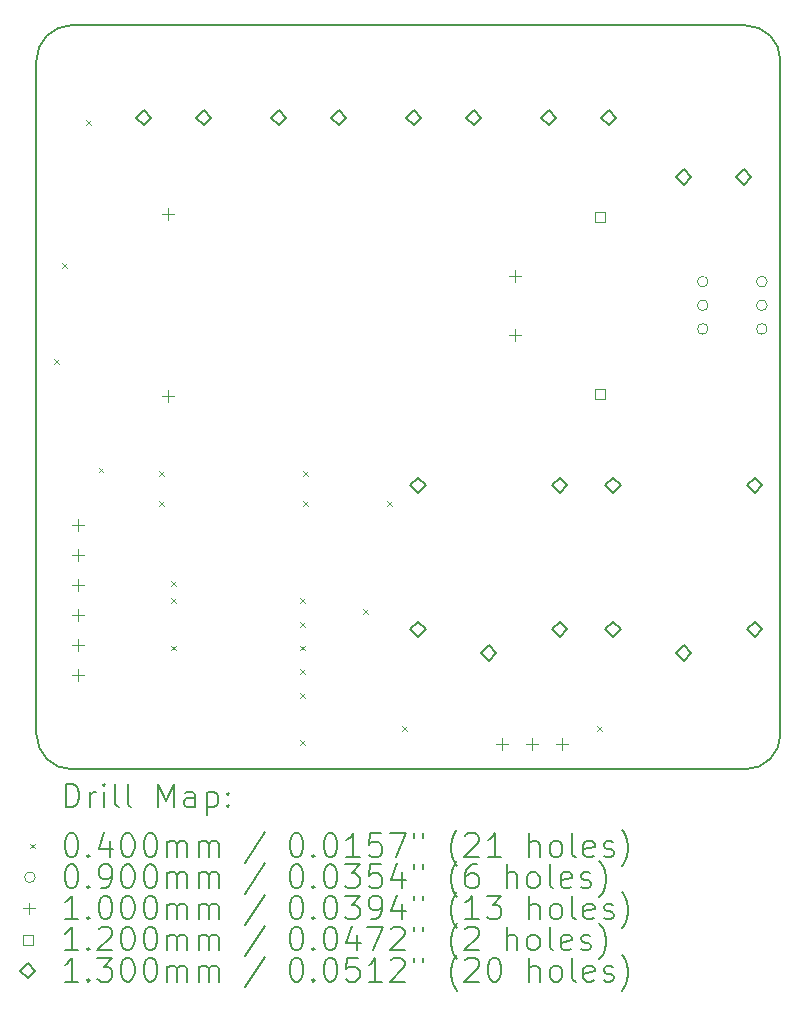
<source format=gbr>
%TF.GenerationSoftware,KiCad,Pcbnew,7.0.8*%
%TF.CreationDate,2024-05-10T00:54:30-03:00*%
%TF.ProjectId,on_off_module_x2,6f6e5f6f-6666-45f6-9d6f-64756c655f78,1.0*%
%TF.SameCoordinates,Original*%
%TF.FileFunction,Drillmap*%
%TF.FilePolarity,Positive*%
%FSLAX45Y45*%
G04 Gerber Fmt 4.5, Leading zero omitted, Abs format (unit mm)*
G04 Created by KiCad (PCBNEW 7.0.8) date 2024-05-10 00:54:30*
%MOMM*%
%LPD*%
G01*
G04 APERTURE LIST*
%ADD10C,0.200000*%
%ADD11C,0.040000*%
%ADD12C,0.090000*%
%ADD13C,0.100000*%
%ADD14C,0.120000*%
%ADD15C,0.130000*%
G04 APERTURE END LIST*
D10*
X12009120Y-5948185D02*
X17709120Y-5948185D01*
X12009120Y-5948195D02*
G75*
G03*
X11709120Y-6248191I-10J-299990D01*
G01*
X18009120Y-6248185D02*
G75*
G03*
X17709120Y-5948185I-299990J10D01*
G01*
X11709115Y-11948191D02*
G75*
G03*
X12009120Y-12248191I299995J-5D01*
G01*
X11709120Y-11948191D02*
X11709120Y-6248191D01*
X12009120Y-12248191D02*
X17709120Y-12248191D01*
X18009120Y-6248185D02*
X18009120Y-11948191D01*
X17709120Y-12248185D02*
G75*
G03*
X18009120Y-11948191I10J299990D01*
G01*
D11*
X11860720Y-8773875D02*
X11900720Y-8813875D01*
X11900720Y-8773875D02*
X11860720Y-8813875D01*
X11926990Y-7964375D02*
X11966990Y-8004375D01*
X11966990Y-7964375D02*
X11926990Y-8004375D01*
X12128820Y-6750105D02*
X12168820Y-6790105D01*
X12168820Y-6750105D02*
X12128820Y-6790105D01*
X12235120Y-9692975D02*
X12275120Y-9732975D01*
X12275120Y-9692975D02*
X12235120Y-9732975D01*
X12751120Y-9726375D02*
X12791120Y-9766375D01*
X12791120Y-9726375D02*
X12751120Y-9766375D01*
X12751120Y-9980375D02*
X12791120Y-10020375D01*
X12791120Y-9980375D02*
X12751120Y-10020375D01*
X12851220Y-10654960D02*
X12891220Y-10694960D01*
X12891220Y-10654960D02*
X12851220Y-10694960D01*
X12851220Y-10801161D02*
X12891220Y-10841161D01*
X12891220Y-10801161D02*
X12851220Y-10841161D01*
X12851220Y-11201160D02*
X12891220Y-11241160D01*
X12891220Y-11201160D02*
X12851220Y-11241160D01*
X13943420Y-10801160D02*
X13983420Y-10841160D01*
X13983420Y-10801160D02*
X13943420Y-10841160D01*
X13943420Y-11001160D02*
X13983420Y-11041160D01*
X13983420Y-11001160D02*
X13943420Y-11041160D01*
X13943420Y-12001160D02*
X13983420Y-12041160D01*
X13983420Y-12001160D02*
X13943420Y-12041160D01*
X13943420Y-11201160D02*
X13983420Y-11241160D01*
X13983420Y-11201160D02*
X13943420Y-11241160D01*
X13943420Y-11401160D02*
X13983420Y-11441160D01*
X13983420Y-11401160D02*
X13943420Y-11441160D01*
X13943420Y-11601161D02*
X13983420Y-11641161D01*
X13983420Y-11601161D02*
X13943420Y-11641161D01*
X13970320Y-9726375D02*
X14010320Y-9766375D01*
X14010320Y-9726375D02*
X13970320Y-9766375D01*
X13970320Y-9980375D02*
X14010320Y-10020375D01*
X14010320Y-9980375D02*
X13970320Y-10020375D01*
X14476820Y-10894775D02*
X14516820Y-10934775D01*
X14516820Y-10894775D02*
X14476820Y-10934775D01*
X14681520Y-9980375D02*
X14721520Y-10020375D01*
X14721520Y-9980375D02*
X14681520Y-10020375D01*
X14807020Y-11885375D02*
X14847020Y-11925375D01*
X14847020Y-11885375D02*
X14807020Y-11925375D01*
X16458720Y-11885375D02*
X16498720Y-11925375D01*
X16498720Y-11885375D02*
X16458720Y-11925375D01*
D12*
X17396120Y-8119505D02*
G75*
G03*
X17396120Y-8119505I-45000J0D01*
G01*
X17396120Y-8319505D02*
G75*
G03*
X17396120Y-8319505I-45000J0D01*
G01*
X17396120Y-8519505D02*
G75*
G03*
X17396120Y-8519505I-45000J0D01*
G01*
X17896120Y-8119505D02*
G75*
G03*
X17896120Y-8119505I-45000J0D01*
G01*
X17896120Y-8319505D02*
G75*
G03*
X17896120Y-8319505I-45000J0D01*
G01*
X17896120Y-8519505D02*
G75*
G03*
X17896120Y-8519505I-45000J0D01*
G01*
D13*
X12059920Y-10128175D02*
X12059920Y-10228175D01*
X12009920Y-10178175D02*
X12109920Y-10178175D01*
X12059920Y-10382175D02*
X12059920Y-10482175D01*
X12009920Y-10432175D02*
X12109920Y-10432175D01*
X12059920Y-10636175D02*
X12059920Y-10736175D01*
X12009920Y-10686175D02*
X12109920Y-10686175D01*
X12059920Y-10890175D02*
X12059920Y-10990175D01*
X12009920Y-10940175D02*
X12109920Y-10940175D01*
X12059920Y-11144175D02*
X12059920Y-11244175D01*
X12009920Y-11194175D02*
X12109920Y-11194175D01*
X12059920Y-11398175D02*
X12059920Y-11498175D01*
X12009920Y-11448175D02*
X12109920Y-11448175D01*
X12821920Y-7499505D02*
X12821920Y-7599505D01*
X12771920Y-7549505D02*
X12871920Y-7549505D01*
X12821920Y-9039505D02*
X12821920Y-9139505D01*
X12771920Y-9089505D02*
X12871920Y-9089505D01*
X15654020Y-11982375D02*
X15654020Y-12082375D01*
X15604020Y-12032375D02*
X15704020Y-12032375D01*
X15761920Y-8019505D02*
X15761920Y-8119505D01*
X15711920Y-8069505D02*
X15811920Y-8069505D01*
X15761920Y-8519505D02*
X15761920Y-8619505D01*
X15711920Y-8569505D02*
X15811920Y-8569505D01*
X15908020Y-11982375D02*
X15908020Y-12082375D01*
X15858020Y-12032375D02*
X15958020Y-12032375D01*
X16162020Y-11982375D02*
X16162020Y-12082375D01*
X16112020Y-12032375D02*
X16212020Y-12032375D01*
D14*
X16521947Y-7611932D02*
X16521947Y-7527079D01*
X16437093Y-7527079D01*
X16437093Y-7611932D01*
X16521947Y-7611932D01*
X16521947Y-9111932D02*
X16521947Y-9027079D01*
X16437093Y-9027079D01*
X16437093Y-9111932D01*
X16521947Y-9111932D01*
D15*
X12618220Y-6794505D02*
X12683220Y-6729505D01*
X12618220Y-6664505D01*
X12553220Y-6729505D01*
X12618220Y-6794505D01*
X13126220Y-6794505D02*
X13191220Y-6729505D01*
X13126220Y-6664505D01*
X13061220Y-6729505D01*
X13126220Y-6794505D01*
X13760720Y-6794505D02*
X13825720Y-6729505D01*
X13760720Y-6664505D01*
X13695720Y-6729505D01*
X13760720Y-6794505D01*
X14268720Y-6794505D02*
X14333720Y-6729505D01*
X14268720Y-6664505D01*
X14203720Y-6729505D01*
X14268720Y-6794505D01*
X14903720Y-6794505D02*
X14968720Y-6729505D01*
X14903720Y-6664505D01*
X14838720Y-6729505D01*
X14903720Y-6794505D01*
X14939020Y-9907575D02*
X15004020Y-9842575D01*
X14939020Y-9777575D01*
X14874020Y-9842575D01*
X14939020Y-9907575D01*
X14939020Y-11127575D02*
X15004020Y-11062575D01*
X14939020Y-10997575D01*
X14874020Y-11062575D01*
X14939020Y-11127575D01*
X15411720Y-6794505D02*
X15476720Y-6729505D01*
X15411720Y-6664505D01*
X15346720Y-6729505D01*
X15411720Y-6794505D01*
X15539020Y-11327575D02*
X15604020Y-11262575D01*
X15539020Y-11197575D01*
X15474020Y-11262575D01*
X15539020Y-11327575D01*
X16046720Y-6794505D02*
X16111720Y-6729505D01*
X16046720Y-6664505D01*
X15981720Y-6729505D01*
X16046720Y-6794505D01*
X16139020Y-9907575D02*
X16204020Y-9842575D01*
X16139020Y-9777575D01*
X16074020Y-9842575D01*
X16139020Y-9907575D01*
X16139020Y-11127575D02*
X16204020Y-11062575D01*
X16139020Y-10997575D01*
X16074020Y-11062575D01*
X16139020Y-11127575D01*
X16554720Y-6794505D02*
X16619720Y-6729505D01*
X16554720Y-6664505D01*
X16489720Y-6729505D01*
X16554720Y-6794505D01*
X16590720Y-9907576D02*
X16655720Y-9842576D01*
X16590720Y-9777576D01*
X16525720Y-9842576D01*
X16590720Y-9907576D01*
X16590720Y-11127576D02*
X16655720Y-11062576D01*
X16590720Y-10997576D01*
X16525720Y-11062576D01*
X16590720Y-11127576D01*
X17190720Y-7296775D02*
X17255720Y-7231775D01*
X17190720Y-7166775D01*
X17125720Y-7231775D01*
X17190720Y-7296775D01*
X17190720Y-11327575D02*
X17255720Y-11262575D01*
X17190720Y-11197575D01*
X17125720Y-11262575D01*
X17190720Y-11327575D01*
X17698720Y-7296775D02*
X17763720Y-7231775D01*
X17698720Y-7166775D01*
X17633720Y-7231775D01*
X17698720Y-7296775D01*
X17790720Y-9907576D02*
X17855720Y-9842576D01*
X17790720Y-9777576D01*
X17725720Y-9842576D01*
X17790720Y-9907576D01*
X17790720Y-11127576D02*
X17855720Y-11062576D01*
X17790720Y-10997576D01*
X17725720Y-11062576D01*
X17790720Y-11127576D01*
D10*
X11959891Y-12569675D02*
X11959891Y-12369675D01*
X11959891Y-12369675D02*
X12007510Y-12369675D01*
X12007510Y-12369675D02*
X12036082Y-12379198D01*
X12036082Y-12379198D02*
X12055129Y-12398246D01*
X12055129Y-12398246D02*
X12064653Y-12417294D01*
X12064653Y-12417294D02*
X12074177Y-12455389D01*
X12074177Y-12455389D02*
X12074177Y-12483960D01*
X12074177Y-12483960D02*
X12064653Y-12522055D01*
X12064653Y-12522055D02*
X12055129Y-12541103D01*
X12055129Y-12541103D02*
X12036082Y-12560151D01*
X12036082Y-12560151D02*
X12007510Y-12569675D01*
X12007510Y-12569675D02*
X11959891Y-12569675D01*
X12159891Y-12569675D02*
X12159891Y-12436341D01*
X12159891Y-12474436D02*
X12169415Y-12455389D01*
X12169415Y-12455389D02*
X12178939Y-12445865D01*
X12178939Y-12445865D02*
X12197987Y-12436341D01*
X12197987Y-12436341D02*
X12217034Y-12436341D01*
X12283701Y-12569675D02*
X12283701Y-12436341D01*
X12283701Y-12369675D02*
X12274177Y-12379198D01*
X12274177Y-12379198D02*
X12283701Y-12388722D01*
X12283701Y-12388722D02*
X12293225Y-12379198D01*
X12293225Y-12379198D02*
X12283701Y-12369675D01*
X12283701Y-12369675D02*
X12283701Y-12388722D01*
X12407510Y-12569675D02*
X12388463Y-12560151D01*
X12388463Y-12560151D02*
X12378939Y-12541103D01*
X12378939Y-12541103D02*
X12378939Y-12369675D01*
X12512272Y-12569675D02*
X12493225Y-12560151D01*
X12493225Y-12560151D02*
X12483701Y-12541103D01*
X12483701Y-12541103D02*
X12483701Y-12369675D01*
X12740844Y-12569675D02*
X12740844Y-12369675D01*
X12740844Y-12369675D02*
X12807510Y-12512532D01*
X12807510Y-12512532D02*
X12874177Y-12369675D01*
X12874177Y-12369675D02*
X12874177Y-12569675D01*
X13055129Y-12569675D02*
X13055129Y-12464913D01*
X13055129Y-12464913D02*
X13045606Y-12445865D01*
X13045606Y-12445865D02*
X13026558Y-12436341D01*
X13026558Y-12436341D02*
X12988463Y-12436341D01*
X12988463Y-12436341D02*
X12969415Y-12445865D01*
X13055129Y-12560151D02*
X13036082Y-12569675D01*
X13036082Y-12569675D02*
X12988463Y-12569675D01*
X12988463Y-12569675D02*
X12969415Y-12560151D01*
X12969415Y-12560151D02*
X12959891Y-12541103D01*
X12959891Y-12541103D02*
X12959891Y-12522055D01*
X12959891Y-12522055D02*
X12969415Y-12503008D01*
X12969415Y-12503008D02*
X12988463Y-12493484D01*
X12988463Y-12493484D02*
X13036082Y-12493484D01*
X13036082Y-12493484D02*
X13055129Y-12483960D01*
X13150368Y-12436341D02*
X13150368Y-12636341D01*
X13150368Y-12445865D02*
X13169415Y-12436341D01*
X13169415Y-12436341D02*
X13207510Y-12436341D01*
X13207510Y-12436341D02*
X13226558Y-12445865D01*
X13226558Y-12445865D02*
X13236082Y-12455389D01*
X13236082Y-12455389D02*
X13245606Y-12474436D01*
X13245606Y-12474436D02*
X13245606Y-12531579D01*
X13245606Y-12531579D02*
X13236082Y-12550627D01*
X13236082Y-12550627D02*
X13226558Y-12560151D01*
X13226558Y-12560151D02*
X13207510Y-12569675D01*
X13207510Y-12569675D02*
X13169415Y-12569675D01*
X13169415Y-12569675D02*
X13150368Y-12560151D01*
X13331320Y-12550627D02*
X13340844Y-12560151D01*
X13340844Y-12560151D02*
X13331320Y-12569675D01*
X13331320Y-12569675D02*
X13321796Y-12560151D01*
X13321796Y-12560151D02*
X13331320Y-12550627D01*
X13331320Y-12550627D02*
X13331320Y-12569675D01*
X13331320Y-12445865D02*
X13340844Y-12455389D01*
X13340844Y-12455389D02*
X13331320Y-12464913D01*
X13331320Y-12464913D02*
X13321796Y-12455389D01*
X13321796Y-12455389D02*
X13331320Y-12445865D01*
X13331320Y-12445865D02*
X13331320Y-12464913D01*
D11*
X11659115Y-12878191D02*
X11699115Y-12918191D01*
X11699115Y-12878191D02*
X11659115Y-12918191D01*
D10*
X11997987Y-12789675D02*
X12017034Y-12789675D01*
X12017034Y-12789675D02*
X12036082Y-12799198D01*
X12036082Y-12799198D02*
X12045606Y-12808722D01*
X12045606Y-12808722D02*
X12055129Y-12827770D01*
X12055129Y-12827770D02*
X12064653Y-12865865D01*
X12064653Y-12865865D02*
X12064653Y-12913484D01*
X12064653Y-12913484D02*
X12055129Y-12951579D01*
X12055129Y-12951579D02*
X12045606Y-12970627D01*
X12045606Y-12970627D02*
X12036082Y-12980151D01*
X12036082Y-12980151D02*
X12017034Y-12989675D01*
X12017034Y-12989675D02*
X11997987Y-12989675D01*
X11997987Y-12989675D02*
X11978939Y-12980151D01*
X11978939Y-12980151D02*
X11969415Y-12970627D01*
X11969415Y-12970627D02*
X11959891Y-12951579D01*
X11959891Y-12951579D02*
X11950368Y-12913484D01*
X11950368Y-12913484D02*
X11950368Y-12865865D01*
X11950368Y-12865865D02*
X11959891Y-12827770D01*
X11959891Y-12827770D02*
X11969415Y-12808722D01*
X11969415Y-12808722D02*
X11978939Y-12799198D01*
X11978939Y-12799198D02*
X11997987Y-12789675D01*
X12150368Y-12970627D02*
X12159891Y-12980151D01*
X12159891Y-12980151D02*
X12150368Y-12989675D01*
X12150368Y-12989675D02*
X12140844Y-12980151D01*
X12140844Y-12980151D02*
X12150368Y-12970627D01*
X12150368Y-12970627D02*
X12150368Y-12989675D01*
X12331320Y-12856341D02*
X12331320Y-12989675D01*
X12283701Y-12780151D02*
X12236082Y-12923008D01*
X12236082Y-12923008D02*
X12359891Y-12923008D01*
X12474177Y-12789675D02*
X12493225Y-12789675D01*
X12493225Y-12789675D02*
X12512272Y-12799198D01*
X12512272Y-12799198D02*
X12521796Y-12808722D01*
X12521796Y-12808722D02*
X12531320Y-12827770D01*
X12531320Y-12827770D02*
X12540844Y-12865865D01*
X12540844Y-12865865D02*
X12540844Y-12913484D01*
X12540844Y-12913484D02*
X12531320Y-12951579D01*
X12531320Y-12951579D02*
X12521796Y-12970627D01*
X12521796Y-12970627D02*
X12512272Y-12980151D01*
X12512272Y-12980151D02*
X12493225Y-12989675D01*
X12493225Y-12989675D02*
X12474177Y-12989675D01*
X12474177Y-12989675D02*
X12455129Y-12980151D01*
X12455129Y-12980151D02*
X12445606Y-12970627D01*
X12445606Y-12970627D02*
X12436082Y-12951579D01*
X12436082Y-12951579D02*
X12426558Y-12913484D01*
X12426558Y-12913484D02*
X12426558Y-12865865D01*
X12426558Y-12865865D02*
X12436082Y-12827770D01*
X12436082Y-12827770D02*
X12445606Y-12808722D01*
X12445606Y-12808722D02*
X12455129Y-12799198D01*
X12455129Y-12799198D02*
X12474177Y-12789675D01*
X12664653Y-12789675D02*
X12683701Y-12789675D01*
X12683701Y-12789675D02*
X12702749Y-12799198D01*
X12702749Y-12799198D02*
X12712272Y-12808722D01*
X12712272Y-12808722D02*
X12721796Y-12827770D01*
X12721796Y-12827770D02*
X12731320Y-12865865D01*
X12731320Y-12865865D02*
X12731320Y-12913484D01*
X12731320Y-12913484D02*
X12721796Y-12951579D01*
X12721796Y-12951579D02*
X12712272Y-12970627D01*
X12712272Y-12970627D02*
X12702749Y-12980151D01*
X12702749Y-12980151D02*
X12683701Y-12989675D01*
X12683701Y-12989675D02*
X12664653Y-12989675D01*
X12664653Y-12989675D02*
X12645606Y-12980151D01*
X12645606Y-12980151D02*
X12636082Y-12970627D01*
X12636082Y-12970627D02*
X12626558Y-12951579D01*
X12626558Y-12951579D02*
X12617034Y-12913484D01*
X12617034Y-12913484D02*
X12617034Y-12865865D01*
X12617034Y-12865865D02*
X12626558Y-12827770D01*
X12626558Y-12827770D02*
X12636082Y-12808722D01*
X12636082Y-12808722D02*
X12645606Y-12799198D01*
X12645606Y-12799198D02*
X12664653Y-12789675D01*
X12817034Y-12989675D02*
X12817034Y-12856341D01*
X12817034Y-12875389D02*
X12826558Y-12865865D01*
X12826558Y-12865865D02*
X12845606Y-12856341D01*
X12845606Y-12856341D02*
X12874177Y-12856341D01*
X12874177Y-12856341D02*
X12893225Y-12865865D01*
X12893225Y-12865865D02*
X12902749Y-12884913D01*
X12902749Y-12884913D02*
X12902749Y-12989675D01*
X12902749Y-12884913D02*
X12912272Y-12865865D01*
X12912272Y-12865865D02*
X12931320Y-12856341D01*
X12931320Y-12856341D02*
X12959891Y-12856341D01*
X12959891Y-12856341D02*
X12978939Y-12865865D01*
X12978939Y-12865865D02*
X12988463Y-12884913D01*
X12988463Y-12884913D02*
X12988463Y-12989675D01*
X13083701Y-12989675D02*
X13083701Y-12856341D01*
X13083701Y-12875389D02*
X13093225Y-12865865D01*
X13093225Y-12865865D02*
X13112272Y-12856341D01*
X13112272Y-12856341D02*
X13140844Y-12856341D01*
X13140844Y-12856341D02*
X13159891Y-12865865D01*
X13159891Y-12865865D02*
X13169415Y-12884913D01*
X13169415Y-12884913D02*
X13169415Y-12989675D01*
X13169415Y-12884913D02*
X13178939Y-12865865D01*
X13178939Y-12865865D02*
X13197987Y-12856341D01*
X13197987Y-12856341D02*
X13226558Y-12856341D01*
X13226558Y-12856341D02*
X13245606Y-12865865D01*
X13245606Y-12865865D02*
X13255130Y-12884913D01*
X13255130Y-12884913D02*
X13255130Y-12989675D01*
X13645606Y-12780151D02*
X13474177Y-13037294D01*
X13902749Y-12789675D02*
X13921796Y-12789675D01*
X13921796Y-12789675D02*
X13940844Y-12799198D01*
X13940844Y-12799198D02*
X13950368Y-12808722D01*
X13950368Y-12808722D02*
X13959892Y-12827770D01*
X13959892Y-12827770D02*
X13969415Y-12865865D01*
X13969415Y-12865865D02*
X13969415Y-12913484D01*
X13969415Y-12913484D02*
X13959892Y-12951579D01*
X13959892Y-12951579D02*
X13950368Y-12970627D01*
X13950368Y-12970627D02*
X13940844Y-12980151D01*
X13940844Y-12980151D02*
X13921796Y-12989675D01*
X13921796Y-12989675D02*
X13902749Y-12989675D01*
X13902749Y-12989675D02*
X13883701Y-12980151D01*
X13883701Y-12980151D02*
X13874177Y-12970627D01*
X13874177Y-12970627D02*
X13864653Y-12951579D01*
X13864653Y-12951579D02*
X13855130Y-12913484D01*
X13855130Y-12913484D02*
X13855130Y-12865865D01*
X13855130Y-12865865D02*
X13864653Y-12827770D01*
X13864653Y-12827770D02*
X13874177Y-12808722D01*
X13874177Y-12808722D02*
X13883701Y-12799198D01*
X13883701Y-12799198D02*
X13902749Y-12789675D01*
X14055130Y-12970627D02*
X14064653Y-12980151D01*
X14064653Y-12980151D02*
X14055130Y-12989675D01*
X14055130Y-12989675D02*
X14045606Y-12980151D01*
X14045606Y-12980151D02*
X14055130Y-12970627D01*
X14055130Y-12970627D02*
X14055130Y-12989675D01*
X14188463Y-12789675D02*
X14207511Y-12789675D01*
X14207511Y-12789675D02*
X14226558Y-12799198D01*
X14226558Y-12799198D02*
X14236082Y-12808722D01*
X14236082Y-12808722D02*
X14245606Y-12827770D01*
X14245606Y-12827770D02*
X14255130Y-12865865D01*
X14255130Y-12865865D02*
X14255130Y-12913484D01*
X14255130Y-12913484D02*
X14245606Y-12951579D01*
X14245606Y-12951579D02*
X14236082Y-12970627D01*
X14236082Y-12970627D02*
X14226558Y-12980151D01*
X14226558Y-12980151D02*
X14207511Y-12989675D01*
X14207511Y-12989675D02*
X14188463Y-12989675D01*
X14188463Y-12989675D02*
X14169415Y-12980151D01*
X14169415Y-12980151D02*
X14159892Y-12970627D01*
X14159892Y-12970627D02*
X14150368Y-12951579D01*
X14150368Y-12951579D02*
X14140844Y-12913484D01*
X14140844Y-12913484D02*
X14140844Y-12865865D01*
X14140844Y-12865865D02*
X14150368Y-12827770D01*
X14150368Y-12827770D02*
X14159892Y-12808722D01*
X14159892Y-12808722D02*
X14169415Y-12799198D01*
X14169415Y-12799198D02*
X14188463Y-12789675D01*
X14445606Y-12989675D02*
X14331320Y-12989675D01*
X14388463Y-12989675D02*
X14388463Y-12789675D01*
X14388463Y-12789675D02*
X14369415Y-12818246D01*
X14369415Y-12818246D02*
X14350368Y-12837294D01*
X14350368Y-12837294D02*
X14331320Y-12846817D01*
X14626558Y-12789675D02*
X14531320Y-12789675D01*
X14531320Y-12789675D02*
X14521796Y-12884913D01*
X14521796Y-12884913D02*
X14531320Y-12875389D01*
X14531320Y-12875389D02*
X14550368Y-12865865D01*
X14550368Y-12865865D02*
X14597987Y-12865865D01*
X14597987Y-12865865D02*
X14617034Y-12875389D01*
X14617034Y-12875389D02*
X14626558Y-12884913D01*
X14626558Y-12884913D02*
X14636082Y-12903960D01*
X14636082Y-12903960D02*
X14636082Y-12951579D01*
X14636082Y-12951579D02*
X14626558Y-12970627D01*
X14626558Y-12970627D02*
X14617034Y-12980151D01*
X14617034Y-12980151D02*
X14597987Y-12989675D01*
X14597987Y-12989675D02*
X14550368Y-12989675D01*
X14550368Y-12989675D02*
X14531320Y-12980151D01*
X14531320Y-12980151D02*
X14521796Y-12970627D01*
X14702749Y-12789675D02*
X14836082Y-12789675D01*
X14836082Y-12789675D02*
X14750368Y-12989675D01*
X14902749Y-12789675D02*
X14902749Y-12827770D01*
X14978939Y-12789675D02*
X14978939Y-12827770D01*
X15274177Y-13065865D02*
X15264654Y-13056341D01*
X15264654Y-13056341D02*
X15245606Y-13027770D01*
X15245606Y-13027770D02*
X15236082Y-13008722D01*
X15236082Y-13008722D02*
X15226558Y-12980151D01*
X15226558Y-12980151D02*
X15217035Y-12932532D01*
X15217035Y-12932532D02*
X15217035Y-12894436D01*
X15217035Y-12894436D02*
X15226558Y-12846817D01*
X15226558Y-12846817D02*
X15236082Y-12818246D01*
X15236082Y-12818246D02*
X15245606Y-12799198D01*
X15245606Y-12799198D02*
X15264654Y-12770627D01*
X15264654Y-12770627D02*
X15274177Y-12761103D01*
X15340844Y-12808722D02*
X15350368Y-12799198D01*
X15350368Y-12799198D02*
X15369415Y-12789675D01*
X15369415Y-12789675D02*
X15417035Y-12789675D01*
X15417035Y-12789675D02*
X15436082Y-12799198D01*
X15436082Y-12799198D02*
X15445606Y-12808722D01*
X15445606Y-12808722D02*
X15455130Y-12827770D01*
X15455130Y-12827770D02*
X15455130Y-12846817D01*
X15455130Y-12846817D02*
X15445606Y-12875389D01*
X15445606Y-12875389D02*
X15331320Y-12989675D01*
X15331320Y-12989675D02*
X15455130Y-12989675D01*
X15645606Y-12989675D02*
X15531320Y-12989675D01*
X15588463Y-12989675D02*
X15588463Y-12789675D01*
X15588463Y-12789675D02*
X15569415Y-12818246D01*
X15569415Y-12818246D02*
X15550368Y-12837294D01*
X15550368Y-12837294D02*
X15531320Y-12846817D01*
X15883701Y-12989675D02*
X15883701Y-12789675D01*
X15969416Y-12989675D02*
X15969416Y-12884913D01*
X15969416Y-12884913D02*
X15959892Y-12865865D01*
X15959892Y-12865865D02*
X15940844Y-12856341D01*
X15940844Y-12856341D02*
X15912273Y-12856341D01*
X15912273Y-12856341D02*
X15893225Y-12865865D01*
X15893225Y-12865865D02*
X15883701Y-12875389D01*
X16093225Y-12989675D02*
X16074177Y-12980151D01*
X16074177Y-12980151D02*
X16064654Y-12970627D01*
X16064654Y-12970627D02*
X16055130Y-12951579D01*
X16055130Y-12951579D02*
X16055130Y-12894436D01*
X16055130Y-12894436D02*
X16064654Y-12875389D01*
X16064654Y-12875389D02*
X16074177Y-12865865D01*
X16074177Y-12865865D02*
X16093225Y-12856341D01*
X16093225Y-12856341D02*
X16121797Y-12856341D01*
X16121797Y-12856341D02*
X16140844Y-12865865D01*
X16140844Y-12865865D02*
X16150368Y-12875389D01*
X16150368Y-12875389D02*
X16159892Y-12894436D01*
X16159892Y-12894436D02*
X16159892Y-12951579D01*
X16159892Y-12951579D02*
X16150368Y-12970627D01*
X16150368Y-12970627D02*
X16140844Y-12980151D01*
X16140844Y-12980151D02*
X16121797Y-12989675D01*
X16121797Y-12989675D02*
X16093225Y-12989675D01*
X16274177Y-12989675D02*
X16255130Y-12980151D01*
X16255130Y-12980151D02*
X16245606Y-12961103D01*
X16245606Y-12961103D02*
X16245606Y-12789675D01*
X16426558Y-12980151D02*
X16407511Y-12989675D01*
X16407511Y-12989675D02*
X16369416Y-12989675D01*
X16369416Y-12989675D02*
X16350368Y-12980151D01*
X16350368Y-12980151D02*
X16340844Y-12961103D01*
X16340844Y-12961103D02*
X16340844Y-12884913D01*
X16340844Y-12884913D02*
X16350368Y-12865865D01*
X16350368Y-12865865D02*
X16369416Y-12856341D01*
X16369416Y-12856341D02*
X16407511Y-12856341D01*
X16407511Y-12856341D02*
X16426558Y-12865865D01*
X16426558Y-12865865D02*
X16436082Y-12884913D01*
X16436082Y-12884913D02*
X16436082Y-12903960D01*
X16436082Y-12903960D02*
X16340844Y-12923008D01*
X16512273Y-12980151D02*
X16531320Y-12989675D01*
X16531320Y-12989675D02*
X16569416Y-12989675D01*
X16569416Y-12989675D02*
X16588463Y-12980151D01*
X16588463Y-12980151D02*
X16597987Y-12961103D01*
X16597987Y-12961103D02*
X16597987Y-12951579D01*
X16597987Y-12951579D02*
X16588463Y-12932532D01*
X16588463Y-12932532D02*
X16569416Y-12923008D01*
X16569416Y-12923008D02*
X16540844Y-12923008D01*
X16540844Y-12923008D02*
X16521797Y-12913484D01*
X16521797Y-12913484D02*
X16512273Y-12894436D01*
X16512273Y-12894436D02*
X16512273Y-12884913D01*
X16512273Y-12884913D02*
X16521797Y-12865865D01*
X16521797Y-12865865D02*
X16540844Y-12856341D01*
X16540844Y-12856341D02*
X16569416Y-12856341D01*
X16569416Y-12856341D02*
X16588463Y-12865865D01*
X16664654Y-13065865D02*
X16674178Y-13056341D01*
X16674178Y-13056341D02*
X16693225Y-13027770D01*
X16693225Y-13027770D02*
X16702749Y-13008722D01*
X16702749Y-13008722D02*
X16712273Y-12980151D01*
X16712273Y-12980151D02*
X16721797Y-12932532D01*
X16721797Y-12932532D02*
X16721797Y-12894436D01*
X16721797Y-12894436D02*
X16712273Y-12846817D01*
X16712273Y-12846817D02*
X16702749Y-12818246D01*
X16702749Y-12818246D02*
X16693225Y-12799198D01*
X16693225Y-12799198D02*
X16674178Y-12770627D01*
X16674178Y-12770627D02*
X16664654Y-12761103D01*
D12*
X11699115Y-13162191D02*
G75*
G03*
X11699115Y-13162191I-45000J0D01*
G01*
D10*
X11997987Y-13053675D02*
X12017034Y-13053675D01*
X12017034Y-13053675D02*
X12036082Y-13063198D01*
X12036082Y-13063198D02*
X12045606Y-13072722D01*
X12045606Y-13072722D02*
X12055129Y-13091770D01*
X12055129Y-13091770D02*
X12064653Y-13129865D01*
X12064653Y-13129865D02*
X12064653Y-13177484D01*
X12064653Y-13177484D02*
X12055129Y-13215579D01*
X12055129Y-13215579D02*
X12045606Y-13234627D01*
X12045606Y-13234627D02*
X12036082Y-13244151D01*
X12036082Y-13244151D02*
X12017034Y-13253675D01*
X12017034Y-13253675D02*
X11997987Y-13253675D01*
X11997987Y-13253675D02*
X11978939Y-13244151D01*
X11978939Y-13244151D02*
X11969415Y-13234627D01*
X11969415Y-13234627D02*
X11959891Y-13215579D01*
X11959891Y-13215579D02*
X11950368Y-13177484D01*
X11950368Y-13177484D02*
X11950368Y-13129865D01*
X11950368Y-13129865D02*
X11959891Y-13091770D01*
X11959891Y-13091770D02*
X11969415Y-13072722D01*
X11969415Y-13072722D02*
X11978939Y-13063198D01*
X11978939Y-13063198D02*
X11997987Y-13053675D01*
X12150368Y-13234627D02*
X12159891Y-13244151D01*
X12159891Y-13244151D02*
X12150368Y-13253675D01*
X12150368Y-13253675D02*
X12140844Y-13244151D01*
X12140844Y-13244151D02*
X12150368Y-13234627D01*
X12150368Y-13234627D02*
X12150368Y-13253675D01*
X12255129Y-13253675D02*
X12293225Y-13253675D01*
X12293225Y-13253675D02*
X12312272Y-13244151D01*
X12312272Y-13244151D02*
X12321796Y-13234627D01*
X12321796Y-13234627D02*
X12340844Y-13206055D01*
X12340844Y-13206055D02*
X12350368Y-13167960D01*
X12350368Y-13167960D02*
X12350368Y-13091770D01*
X12350368Y-13091770D02*
X12340844Y-13072722D01*
X12340844Y-13072722D02*
X12331320Y-13063198D01*
X12331320Y-13063198D02*
X12312272Y-13053675D01*
X12312272Y-13053675D02*
X12274177Y-13053675D01*
X12274177Y-13053675D02*
X12255129Y-13063198D01*
X12255129Y-13063198D02*
X12245606Y-13072722D01*
X12245606Y-13072722D02*
X12236082Y-13091770D01*
X12236082Y-13091770D02*
X12236082Y-13139389D01*
X12236082Y-13139389D02*
X12245606Y-13158436D01*
X12245606Y-13158436D02*
X12255129Y-13167960D01*
X12255129Y-13167960D02*
X12274177Y-13177484D01*
X12274177Y-13177484D02*
X12312272Y-13177484D01*
X12312272Y-13177484D02*
X12331320Y-13167960D01*
X12331320Y-13167960D02*
X12340844Y-13158436D01*
X12340844Y-13158436D02*
X12350368Y-13139389D01*
X12474177Y-13053675D02*
X12493225Y-13053675D01*
X12493225Y-13053675D02*
X12512272Y-13063198D01*
X12512272Y-13063198D02*
X12521796Y-13072722D01*
X12521796Y-13072722D02*
X12531320Y-13091770D01*
X12531320Y-13091770D02*
X12540844Y-13129865D01*
X12540844Y-13129865D02*
X12540844Y-13177484D01*
X12540844Y-13177484D02*
X12531320Y-13215579D01*
X12531320Y-13215579D02*
X12521796Y-13234627D01*
X12521796Y-13234627D02*
X12512272Y-13244151D01*
X12512272Y-13244151D02*
X12493225Y-13253675D01*
X12493225Y-13253675D02*
X12474177Y-13253675D01*
X12474177Y-13253675D02*
X12455129Y-13244151D01*
X12455129Y-13244151D02*
X12445606Y-13234627D01*
X12445606Y-13234627D02*
X12436082Y-13215579D01*
X12436082Y-13215579D02*
X12426558Y-13177484D01*
X12426558Y-13177484D02*
X12426558Y-13129865D01*
X12426558Y-13129865D02*
X12436082Y-13091770D01*
X12436082Y-13091770D02*
X12445606Y-13072722D01*
X12445606Y-13072722D02*
X12455129Y-13063198D01*
X12455129Y-13063198D02*
X12474177Y-13053675D01*
X12664653Y-13053675D02*
X12683701Y-13053675D01*
X12683701Y-13053675D02*
X12702749Y-13063198D01*
X12702749Y-13063198D02*
X12712272Y-13072722D01*
X12712272Y-13072722D02*
X12721796Y-13091770D01*
X12721796Y-13091770D02*
X12731320Y-13129865D01*
X12731320Y-13129865D02*
X12731320Y-13177484D01*
X12731320Y-13177484D02*
X12721796Y-13215579D01*
X12721796Y-13215579D02*
X12712272Y-13234627D01*
X12712272Y-13234627D02*
X12702749Y-13244151D01*
X12702749Y-13244151D02*
X12683701Y-13253675D01*
X12683701Y-13253675D02*
X12664653Y-13253675D01*
X12664653Y-13253675D02*
X12645606Y-13244151D01*
X12645606Y-13244151D02*
X12636082Y-13234627D01*
X12636082Y-13234627D02*
X12626558Y-13215579D01*
X12626558Y-13215579D02*
X12617034Y-13177484D01*
X12617034Y-13177484D02*
X12617034Y-13129865D01*
X12617034Y-13129865D02*
X12626558Y-13091770D01*
X12626558Y-13091770D02*
X12636082Y-13072722D01*
X12636082Y-13072722D02*
X12645606Y-13063198D01*
X12645606Y-13063198D02*
X12664653Y-13053675D01*
X12817034Y-13253675D02*
X12817034Y-13120341D01*
X12817034Y-13139389D02*
X12826558Y-13129865D01*
X12826558Y-13129865D02*
X12845606Y-13120341D01*
X12845606Y-13120341D02*
X12874177Y-13120341D01*
X12874177Y-13120341D02*
X12893225Y-13129865D01*
X12893225Y-13129865D02*
X12902749Y-13148913D01*
X12902749Y-13148913D02*
X12902749Y-13253675D01*
X12902749Y-13148913D02*
X12912272Y-13129865D01*
X12912272Y-13129865D02*
X12931320Y-13120341D01*
X12931320Y-13120341D02*
X12959891Y-13120341D01*
X12959891Y-13120341D02*
X12978939Y-13129865D01*
X12978939Y-13129865D02*
X12988463Y-13148913D01*
X12988463Y-13148913D02*
X12988463Y-13253675D01*
X13083701Y-13253675D02*
X13083701Y-13120341D01*
X13083701Y-13139389D02*
X13093225Y-13129865D01*
X13093225Y-13129865D02*
X13112272Y-13120341D01*
X13112272Y-13120341D02*
X13140844Y-13120341D01*
X13140844Y-13120341D02*
X13159891Y-13129865D01*
X13159891Y-13129865D02*
X13169415Y-13148913D01*
X13169415Y-13148913D02*
X13169415Y-13253675D01*
X13169415Y-13148913D02*
X13178939Y-13129865D01*
X13178939Y-13129865D02*
X13197987Y-13120341D01*
X13197987Y-13120341D02*
X13226558Y-13120341D01*
X13226558Y-13120341D02*
X13245606Y-13129865D01*
X13245606Y-13129865D02*
X13255130Y-13148913D01*
X13255130Y-13148913D02*
X13255130Y-13253675D01*
X13645606Y-13044151D02*
X13474177Y-13301294D01*
X13902749Y-13053675D02*
X13921796Y-13053675D01*
X13921796Y-13053675D02*
X13940844Y-13063198D01*
X13940844Y-13063198D02*
X13950368Y-13072722D01*
X13950368Y-13072722D02*
X13959892Y-13091770D01*
X13959892Y-13091770D02*
X13969415Y-13129865D01*
X13969415Y-13129865D02*
X13969415Y-13177484D01*
X13969415Y-13177484D02*
X13959892Y-13215579D01*
X13959892Y-13215579D02*
X13950368Y-13234627D01*
X13950368Y-13234627D02*
X13940844Y-13244151D01*
X13940844Y-13244151D02*
X13921796Y-13253675D01*
X13921796Y-13253675D02*
X13902749Y-13253675D01*
X13902749Y-13253675D02*
X13883701Y-13244151D01*
X13883701Y-13244151D02*
X13874177Y-13234627D01*
X13874177Y-13234627D02*
X13864653Y-13215579D01*
X13864653Y-13215579D02*
X13855130Y-13177484D01*
X13855130Y-13177484D02*
X13855130Y-13129865D01*
X13855130Y-13129865D02*
X13864653Y-13091770D01*
X13864653Y-13091770D02*
X13874177Y-13072722D01*
X13874177Y-13072722D02*
X13883701Y-13063198D01*
X13883701Y-13063198D02*
X13902749Y-13053675D01*
X14055130Y-13234627D02*
X14064653Y-13244151D01*
X14064653Y-13244151D02*
X14055130Y-13253675D01*
X14055130Y-13253675D02*
X14045606Y-13244151D01*
X14045606Y-13244151D02*
X14055130Y-13234627D01*
X14055130Y-13234627D02*
X14055130Y-13253675D01*
X14188463Y-13053675D02*
X14207511Y-13053675D01*
X14207511Y-13053675D02*
X14226558Y-13063198D01*
X14226558Y-13063198D02*
X14236082Y-13072722D01*
X14236082Y-13072722D02*
X14245606Y-13091770D01*
X14245606Y-13091770D02*
X14255130Y-13129865D01*
X14255130Y-13129865D02*
X14255130Y-13177484D01*
X14255130Y-13177484D02*
X14245606Y-13215579D01*
X14245606Y-13215579D02*
X14236082Y-13234627D01*
X14236082Y-13234627D02*
X14226558Y-13244151D01*
X14226558Y-13244151D02*
X14207511Y-13253675D01*
X14207511Y-13253675D02*
X14188463Y-13253675D01*
X14188463Y-13253675D02*
X14169415Y-13244151D01*
X14169415Y-13244151D02*
X14159892Y-13234627D01*
X14159892Y-13234627D02*
X14150368Y-13215579D01*
X14150368Y-13215579D02*
X14140844Y-13177484D01*
X14140844Y-13177484D02*
X14140844Y-13129865D01*
X14140844Y-13129865D02*
X14150368Y-13091770D01*
X14150368Y-13091770D02*
X14159892Y-13072722D01*
X14159892Y-13072722D02*
X14169415Y-13063198D01*
X14169415Y-13063198D02*
X14188463Y-13053675D01*
X14321796Y-13053675D02*
X14445606Y-13053675D01*
X14445606Y-13053675D02*
X14378939Y-13129865D01*
X14378939Y-13129865D02*
X14407511Y-13129865D01*
X14407511Y-13129865D02*
X14426558Y-13139389D01*
X14426558Y-13139389D02*
X14436082Y-13148913D01*
X14436082Y-13148913D02*
X14445606Y-13167960D01*
X14445606Y-13167960D02*
X14445606Y-13215579D01*
X14445606Y-13215579D02*
X14436082Y-13234627D01*
X14436082Y-13234627D02*
X14426558Y-13244151D01*
X14426558Y-13244151D02*
X14407511Y-13253675D01*
X14407511Y-13253675D02*
X14350368Y-13253675D01*
X14350368Y-13253675D02*
X14331320Y-13244151D01*
X14331320Y-13244151D02*
X14321796Y-13234627D01*
X14626558Y-13053675D02*
X14531320Y-13053675D01*
X14531320Y-13053675D02*
X14521796Y-13148913D01*
X14521796Y-13148913D02*
X14531320Y-13139389D01*
X14531320Y-13139389D02*
X14550368Y-13129865D01*
X14550368Y-13129865D02*
X14597987Y-13129865D01*
X14597987Y-13129865D02*
X14617034Y-13139389D01*
X14617034Y-13139389D02*
X14626558Y-13148913D01*
X14626558Y-13148913D02*
X14636082Y-13167960D01*
X14636082Y-13167960D02*
X14636082Y-13215579D01*
X14636082Y-13215579D02*
X14626558Y-13234627D01*
X14626558Y-13234627D02*
X14617034Y-13244151D01*
X14617034Y-13244151D02*
X14597987Y-13253675D01*
X14597987Y-13253675D02*
X14550368Y-13253675D01*
X14550368Y-13253675D02*
X14531320Y-13244151D01*
X14531320Y-13244151D02*
X14521796Y-13234627D01*
X14807511Y-13120341D02*
X14807511Y-13253675D01*
X14759892Y-13044151D02*
X14712273Y-13187008D01*
X14712273Y-13187008D02*
X14836082Y-13187008D01*
X14902749Y-13053675D02*
X14902749Y-13091770D01*
X14978939Y-13053675D02*
X14978939Y-13091770D01*
X15274177Y-13329865D02*
X15264654Y-13320341D01*
X15264654Y-13320341D02*
X15245606Y-13291770D01*
X15245606Y-13291770D02*
X15236082Y-13272722D01*
X15236082Y-13272722D02*
X15226558Y-13244151D01*
X15226558Y-13244151D02*
X15217035Y-13196532D01*
X15217035Y-13196532D02*
X15217035Y-13158436D01*
X15217035Y-13158436D02*
X15226558Y-13110817D01*
X15226558Y-13110817D02*
X15236082Y-13082246D01*
X15236082Y-13082246D02*
X15245606Y-13063198D01*
X15245606Y-13063198D02*
X15264654Y-13034627D01*
X15264654Y-13034627D02*
X15274177Y-13025103D01*
X15436082Y-13053675D02*
X15397987Y-13053675D01*
X15397987Y-13053675D02*
X15378939Y-13063198D01*
X15378939Y-13063198D02*
X15369415Y-13072722D01*
X15369415Y-13072722D02*
X15350368Y-13101294D01*
X15350368Y-13101294D02*
X15340844Y-13139389D01*
X15340844Y-13139389D02*
X15340844Y-13215579D01*
X15340844Y-13215579D02*
X15350368Y-13234627D01*
X15350368Y-13234627D02*
X15359892Y-13244151D01*
X15359892Y-13244151D02*
X15378939Y-13253675D01*
X15378939Y-13253675D02*
X15417035Y-13253675D01*
X15417035Y-13253675D02*
X15436082Y-13244151D01*
X15436082Y-13244151D02*
X15445606Y-13234627D01*
X15445606Y-13234627D02*
X15455130Y-13215579D01*
X15455130Y-13215579D02*
X15455130Y-13167960D01*
X15455130Y-13167960D02*
X15445606Y-13148913D01*
X15445606Y-13148913D02*
X15436082Y-13139389D01*
X15436082Y-13139389D02*
X15417035Y-13129865D01*
X15417035Y-13129865D02*
X15378939Y-13129865D01*
X15378939Y-13129865D02*
X15359892Y-13139389D01*
X15359892Y-13139389D02*
X15350368Y-13148913D01*
X15350368Y-13148913D02*
X15340844Y-13167960D01*
X15693225Y-13253675D02*
X15693225Y-13053675D01*
X15778939Y-13253675D02*
X15778939Y-13148913D01*
X15778939Y-13148913D02*
X15769416Y-13129865D01*
X15769416Y-13129865D02*
X15750368Y-13120341D01*
X15750368Y-13120341D02*
X15721796Y-13120341D01*
X15721796Y-13120341D02*
X15702749Y-13129865D01*
X15702749Y-13129865D02*
X15693225Y-13139389D01*
X15902749Y-13253675D02*
X15883701Y-13244151D01*
X15883701Y-13244151D02*
X15874177Y-13234627D01*
X15874177Y-13234627D02*
X15864654Y-13215579D01*
X15864654Y-13215579D02*
X15864654Y-13158436D01*
X15864654Y-13158436D02*
X15874177Y-13139389D01*
X15874177Y-13139389D02*
X15883701Y-13129865D01*
X15883701Y-13129865D02*
X15902749Y-13120341D01*
X15902749Y-13120341D02*
X15931320Y-13120341D01*
X15931320Y-13120341D02*
X15950368Y-13129865D01*
X15950368Y-13129865D02*
X15959892Y-13139389D01*
X15959892Y-13139389D02*
X15969416Y-13158436D01*
X15969416Y-13158436D02*
X15969416Y-13215579D01*
X15969416Y-13215579D02*
X15959892Y-13234627D01*
X15959892Y-13234627D02*
X15950368Y-13244151D01*
X15950368Y-13244151D02*
X15931320Y-13253675D01*
X15931320Y-13253675D02*
X15902749Y-13253675D01*
X16083701Y-13253675D02*
X16064654Y-13244151D01*
X16064654Y-13244151D02*
X16055130Y-13225103D01*
X16055130Y-13225103D02*
X16055130Y-13053675D01*
X16236082Y-13244151D02*
X16217035Y-13253675D01*
X16217035Y-13253675D02*
X16178939Y-13253675D01*
X16178939Y-13253675D02*
X16159892Y-13244151D01*
X16159892Y-13244151D02*
X16150368Y-13225103D01*
X16150368Y-13225103D02*
X16150368Y-13148913D01*
X16150368Y-13148913D02*
X16159892Y-13129865D01*
X16159892Y-13129865D02*
X16178939Y-13120341D01*
X16178939Y-13120341D02*
X16217035Y-13120341D01*
X16217035Y-13120341D02*
X16236082Y-13129865D01*
X16236082Y-13129865D02*
X16245606Y-13148913D01*
X16245606Y-13148913D02*
X16245606Y-13167960D01*
X16245606Y-13167960D02*
X16150368Y-13187008D01*
X16321797Y-13244151D02*
X16340844Y-13253675D01*
X16340844Y-13253675D02*
X16378939Y-13253675D01*
X16378939Y-13253675D02*
X16397987Y-13244151D01*
X16397987Y-13244151D02*
X16407511Y-13225103D01*
X16407511Y-13225103D02*
X16407511Y-13215579D01*
X16407511Y-13215579D02*
X16397987Y-13196532D01*
X16397987Y-13196532D02*
X16378939Y-13187008D01*
X16378939Y-13187008D02*
X16350368Y-13187008D01*
X16350368Y-13187008D02*
X16331320Y-13177484D01*
X16331320Y-13177484D02*
X16321797Y-13158436D01*
X16321797Y-13158436D02*
X16321797Y-13148913D01*
X16321797Y-13148913D02*
X16331320Y-13129865D01*
X16331320Y-13129865D02*
X16350368Y-13120341D01*
X16350368Y-13120341D02*
X16378939Y-13120341D01*
X16378939Y-13120341D02*
X16397987Y-13129865D01*
X16474178Y-13329865D02*
X16483701Y-13320341D01*
X16483701Y-13320341D02*
X16502749Y-13291770D01*
X16502749Y-13291770D02*
X16512273Y-13272722D01*
X16512273Y-13272722D02*
X16521797Y-13244151D01*
X16521797Y-13244151D02*
X16531320Y-13196532D01*
X16531320Y-13196532D02*
X16531320Y-13158436D01*
X16531320Y-13158436D02*
X16521797Y-13110817D01*
X16521797Y-13110817D02*
X16512273Y-13082246D01*
X16512273Y-13082246D02*
X16502749Y-13063198D01*
X16502749Y-13063198D02*
X16483701Y-13034627D01*
X16483701Y-13034627D02*
X16474178Y-13025103D01*
D13*
X11649115Y-13376191D02*
X11649115Y-13476191D01*
X11599115Y-13426191D02*
X11699115Y-13426191D01*
D10*
X12064653Y-13517675D02*
X11950368Y-13517675D01*
X12007510Y-13517675D02*
X12007510Y-13317675D01*
X12007510Y-13317675D02*
X11988463Y-13346246D01*
X11988463Y-13346246D02*
X11969415Y-13365294D01*
X11969415Y-13365294D02*
X11950368Y-13374817D01*
X12150368Y-13498627D02*
X12159891Y-13508151D01*
X12159891Y-13508151D02*
X12150368Y-13517675D01*
X12150368Y-13517675D02*
X12140844Y-13508151D01*
X12140844Y-13508151D02*
X12150368Y-13498627D01*
X12150368Y-13498627D02*
X12150368Y-13517675D01*
X12283701Y-13317675D02*
X12302749Y-13317675D01*
X12302749Y-13317675D02*
X12321796Y-13327198D01*
X12321796Y-13327198D02*
X12331320Y-13336722D01*
X12331320Y-13336722D02*
X12340844Y-13355770D01*
X12340844Y-13355770D02*
X12350368Y-13393865D01*
X12350368Y-13393865D02*
X12350368Y-13441484D01*
X12350368Y-13441484D02*
X12340844Y-13479579D01*
X12340844Y-13479579D02*
X12331320Y-13498627D01*
X12331320Y-13498627D02*
X12321796Y-13508151D01*
X12321796Y-13508151D02*
X12302749Y-13517675D01*
X12302749Y-13517675D02*
X12283701Y-13517675D01*
X12283701Y-13517675D02*
X12264653Y-13508151D01*
X12264653Y-13508151D02*
X12255129Y-13498627D01*
X12255129Y-13498627D02*
X12245606Y-13479579D01*
X12245606Y-13479579D02*
X12236082Y-13441484D01*
X12236082Y-13441484D02*
X12236082Y-13393865D01*
X12236082Y-13393865D02*
X12245606Y-13355770D01*
X12245606Y-13355770D02*
X12255129Y-13336722D01*
X12255129Y-13336722D02*
X12264653Y-13327198D01*
X12264653Y-13327198D02*
X12283701Y-13317675D01*
X12474177Y-13317675D02*
X12493225Y-13317675D01*
X12493225Y-13317675D02*
X12512272Y-13327198D01*
X12512272Y-13327198D02*
X12521796Y-13336722D01*
X12521796Y-13336722D02*
X12531320Y-13355770D01*
X12531320Y-13355770D02*
X12540844Y-13393865D01*
X12540844Y-13393865D02*
X12540844Y-13441484D01*
X12540844Y-13441484D02*
X12531320Y-13479579D01*
X12531320Y-13479579D02*
X12521796Y-13498627D01*
X12521796Y-13498627D02*
X12512272Y-13508151D01*
X12512272Y-13508151D02*
X12493225Y-13517675D01*
X12493225Y-13517675D02*
X12474177Y-13517675D01*
X12474177Y-13517675D02*
X12455129Y-13508151D01*
X12455129Y-13508151D02*
X12445606Y-13498627D01*
X12445606Y-13498627D02*
X12436082Y-13479579D01*
X12436082Y-13479579D02*
X12426558Y-13441484D01*
X12426558Y-13441484D02*
X12426558Y-13393865D01*
X12426558Y-13393865D02*
X12436082Y-13355770D01*
X12436082Y-13355770D02*
X12445606Y-13336722D01*
X12445606Y-13336722D02*
X12455129Y-13327198D01*
X12455129Y-13327198D02*
X12474177Y-13317675D01*
X12664653Y-13317675D02*
X12683701Y-13317675D01*
X12683701Y-13317675D02*
X12702749Y-13327198D01*
X12702749Y-13327198D02*
X12712272Y-13336722D01*
X12712272Y-13336722D02*
X12721796Y-13355770D01*
X12721796Y-13355770D02*
X12731320Y-13393865D01*
X12731320Y-13393865D02*
X12731320Y-13441484D01*
X12731320Y-13441484D02*
X12721796Y-13479579D01*
X12721796Y-13479579D02*
X12712272Y-13498627D01*
X12712272Y-13498627D02*
X12702749Y-13508151D01*
X12702749Y-13508151D02*
X12683701Y-13517675D01*
X12683701Y-13517675D02*
X12664653Y-13517675D01*
X12664653Y-13517675D02*
X12645606Y-13508151D01*
X12645606Y-13508151D02*
X12636082Y-13498627D01*
X12636082Y-13498627D02*
X12626558Y-13479579D01*
X12626558Y-13479579D02*
X12617034Y-13441484D01*
X12617034Y-13441484D02*
X12617034Y-13393865D01*
X12617034Y-13393865D02*
X12626558Y-13355770D01*
X12626558Y-13355770D02*
X12636082Y-13336722D01*
X12636082Y-13336722D02*
X12645606Y-13327198D01*
X12645606Y-13327198D02*
X12664653Y-13317675D01*
X12817034Y-13517675D02*
X12817034Y-13384341D01*
X12817034Y-13403389D02*
X12826558Y-13393865D01*
X12826558Y-13393865D02*
X12845606Y-13384341D01*
X12845606Y-13384341D02*
X12874177Y-13384341D01*
X12874177Y-13384341D02*
X12893225Y-13393865D01*
X12893225Y-13393865D02*
X12902749Y-13412913D01*
X12902749Y-13412913D02*
X12902749Y-13517675D01*
X12902749Y-13412913D02*
X12912272Y-13393865D01*
X12912272Y-13393865D02*
X12931320Y-13384341D01*
X12931320Y-13384341D02*
X12959891Y-13384341D01*
X12959891Y-13384341D02*
X12978939Y-13393865D01*
X12978939Y-13393865D02*
X12988463Y-13412913D01*
X12988463Y-13412913D02*
X12988463Y-13517675D01*
X13083701Y-13517675D02*
X13083701Y-13384341D01*
X13083701Y-13403389D02*
X13093225Y-13393865D01*
X13093225Y-13393865D02*
X13112272Y-13384341D01*
X13112272Y-13384341D02*
X13140844Y-13384341D01*
X13140844Y-13384341D02*
X13159891Y-13393865D01*
X13159891Y-13393865D02*
X13169415Y-13412913D01*
X13169415Y-13412913D02*
X13169415Y-13517675D01*
X13169415Y-13412913D02*
X13178939Y-13393865D01*
X13178939Y-13393865D02*
X13197987Y-13384341D01*
X13197987Y-13384341D02*
X13226558Y-13384341D01*
X13226558Y-13384341D02*
X13245606Y-13393865D01*
X13245606Y-13393865D02*
X13255130Y-13412913D01*
X13255130Y-13412913D02*
X13255130Y-13517675D01*
X13645606Y-13308151D02*
X13474177Y-13565294D01*
X13902749Y-13317675D02*
X13921796Y-13317675D01*
X13921796Y-13317675D02*
X13940844Y-13327198D01*
X13940844Y-13327198D02*
X13950368Y-13336722D01*
X13950368Y-13336722D02*
X13959892Y-13355770D01*
X13959892Y-13355770D02*
X13969415Y-13393865D01*
X13969415Y-13393865D02*
X13969415Y-13441484D01*
X13969415Y-13441484D02*
X13959892Y-13479579D01*
X13959892Y-13479579D02*
X13950368Y-13498627D01*
X13950368Y-13498627D02*
X13940844Y-13508151D01*
X13940844Y-13508151D02*
X13921796Y-13517675D01*
X13921796Y-13517675D02*
X13902749Y-13517675D01*
X13902749Y-13517675D02*
X13883701Y-13508151D01*
X13883701Y-13508151D02*
X13874177Y-13498627D01*
X13874177Y-13498627D02*
X13864653Y-13479579D01*
X13864653Y-13479579D02*
X13855130Y-13441484D01*
X13855130Y-13441484D02*
X13855130Y-13393865D01*
X13855130Y-13393865D02*
X13864653Y-13355770D01*
X13864653Y-13355770D02*
X13874177Y-13336722D01*
X13874177Y-13336722D02*
X13883701Y-13327198D01*
X13883701Y-13327198D02*
X13902749Y-13317675D01*
X14055130Y-13498627D02*
X14064653Y-13508151D01*
X14064653Y-13508151D02*
X14055130Y-13517675D01*
X14055130Y-13517675D02*
X14045606Y-13508151D01*
X14045606Y-13508151D02*
X14055130Y-13498627D01*
X14055130Y-13498627D02*
X14055130Y-13517675D01*
X14188463Y-13317675D02*
X14207511Y-13317675D01*
X14207511Y-13317675D02*
X14226558Y-13327198D01*
X14226558Y-13327198D02*
X14236082Y-13336722D01*
X14236082Y-13336722D02*
X14245606Y-13355770D01*
X14245606Y-13355770D02*
X14255130Y-13393865D01*
X14255130Y-13393865D02*
X14255130Y-13441484D01*
X14255130Y-13441484D02*
X14245606Y-13479579D01*
X14245606Y-13479579D02*
X14236082Y-13498627D01*
X14236082Y-13498627D02*
X14226558Y-13508151D01*
X14226558Y-13508151D02*
X14207511Y-13517675D01*
X14207511Y-13517675D02*
X14188463Y-13517675D01*
X14188463Y-13517675D02*
X14169415Y-13508151D01*
X14169415Y-13508151D02*
X14159892Y-13498627D01*
X14159892Y-13498627D02*
X14150368Y-13479579D01*
X14150368Y-13479579D02*
X14140844Y-13441484D01*
X14140844Y-13441484D02*
X14140844Y-13393865D01*
X14140844Y-13393865D02*
X14150368Y-13355770D01*
X14150368Y-13355770D02*
X14159892Y-13336722D01*
X14159892Y-13336722D02*
X14169415Y-13327198D01*
X14169415Y-13327198D02*
X14188463Y-13317675D01*
X14321796Y-13317675D02*
X14445606Y-13317675D01*
X14445606Y-13317675D02*
X14378939Y-13393865D01*
X14378939Y-13393865D02*
X14407511Y-13393865D01*
X14407511Y-13393865D02*
X14426558Y-13403389D01*
X14426558Y-13403389D02*
X14436082Y-13412913D01*
X14436082Y-13412913D02*
X14445606Y-13431960D01*
X14445606Y-13431960D02*
X14445606Y-13479579D01*
X14445606Y-13479579D02*
X14436082Y-13498627D01*
X14436082Y-13498627D02*
X14426558Y-13508151D01*
X14426558Y-13508151D02*
X14407511Y-13517675D01*
X14407511Y-13517675D02*
X14350368Y-13517675D01*
X14350368Y-13517675D02*
X14331320Y-13508151D01*
X14331320Y-13508151D02*
X14321796Y-13498627D01*
X14540844Y-13517675D02*
X14578939Y-13517675D01*
X14578939Y-13517675D02*
X14597987Y-13508151D01*
X14597987Y-13508151D02*
X14607511Y-13498627D01*
X14607511Y-13498627D02*
X14626558Y-13470055D01*
X14626558Y-13470055D02*
X14636082Y-13431960D01*
X14636082Y-13431960D02*
X14636082Y-13355770D01*
X14636082Y-13355770D02*
X14626558Y-13336722D01*
X14626558Y-13336722D02*
X14617034Y-13327198D01*
X14617034Y-13327198D02*
X14597987Y-13317675D01*
X14597987Y-13317675D02*
X14559892Y-13317675D01*
X14559892Y-13317675D02*
X14540844Y-13327198D01*
X14540844Y-13327198D02*
X14531320Y-13336722D01*
X14531320Y-13336722D02*
X14521796Y-13355770D01*
X14521796Y-13355770D02*
X14521796Y-13403389D01*
X14521796Y-13403389D02*
X14531320Y-13422436D01*
X14531320Y-13422436D02*
X14540844Y-13431960D01*
X14540844Y-13431960D02*
X14559892Y-13441484D01*
X14559892Y-13441484D02*
X14597987Y-13441484D01*
X14597987Y-13441484D02*
X14617034Y-13431960D01*
X14617034Y-13431960D02*
X14626558Y-13422436D01*
X14626558Y-13422436D02*
X14636082Y-13403389D01*
X14807511Y-13384341D02*
X14807511Y-13517675D01*
X14759892Y-13308151D02*
X14712273Y-13451008D01*
X14712273Y-13451008D02*
X14836082Y-13451008D01*
X14902749Y-13317675D02*
X14902749Y-13355770D01*
X14978939Y-13317675D02*
X14978939Y-13355770D01*
X15274177Y-13593865D02*
X15264654Y-13584341D01*
X15264654Y-13584341D02*
X15245606Y-13555770D01*
X15245606Y-13555770D02*
X15236082Y-13536722D01*
X15236082Y-13536722D02*
X15226558Y-13508151D01*
X15226558Y-13508151D02*
X15217035Y-13460532D01*
X15217035Y-13460532D02*
X15217035Y-13422436D01*
X15217035Y-13422436D02*
X15226558Y-13374817D01*
X15226558Y-13374817D02*
X15236082Y-13346246D01*
X15236082Y-13346246D02*
X15245606Y-13327198D01*
X15245606Y-13327198D02*
X15264654Y-13298627D01*
X15264654Y-13298627D02*
X15274177Y-13289103D01*
X15455130Y-13517675D02*
X15340844Y-13517675D01*
X15397987Y-13517675D02*
X15397987Y-13317675D01*
X15397987Y-13317675D02*
X15378939Y-13346246D01*
X15378939Y-13346246D02*
X15359892Y-13365294D01*
X15359892Y-13365294D02*
X15340844Y-13374817D01*
X15521796Y-13317675D02*
X15645606Y-13317675D01*
X15645606Y-13317675D02*
X15578939Y-13393865D01*
X15578939Y-13393865D02*
X15607511Y-13393865D01*
X15607511Y-13393865D02*
X15626558Y-13403389D01*
X15626558Y-13403389D02*
X15636082Y-13412913D01*
X15636082Y-13412913D02*
X15645606Y-13431960D01*
X15645606Y-13431960D02*
X15645606Y-13479579D01*
X15645606Y-13479579D02*
X15636082Y-13498627D01*
X15636082Y-13498627D02*
X15626558Y-13508151D01*
X15626558Y-13508151D02*
X15607511Y-13517675D01*
X15607511Y-13517675D02*
X15550368Y-13517675D01*
X15550368Y-13517675D02*
X15531320Y-13508151D01*
X15531320Y-13508151D02*
X15521796Y-13498627D01*
X15883701Y-13517675D02*
X15883701Y-13317675D01*
X15969416Y-13517675D02*
X15969416Y-13412913D01*
X15969416Y-13412913D02*
X15959892Y-13393865D01*
X15959892Y-13393865D02*
X15940844Y-13384341D01*
X15940844Y-13384341D02*
X15912273Y-13384341D01*
X15912273Y-13384341D02*
X15893225Y-13393865D01*
X15893225Y-13393865D02*
X15883701Y-13403389D01*
X16093225Y-13517675D02*
X16074177Y-13508151D01*
X16074177Y-13508151D02*
X16064654Y-13498627D01*
X16064654Y-13498627D02*
X16055130Y-13479579D01*
X16055130Y-13479579D02*
X16055130Y-13422436D01*
X16055130Y-13422436D02*
X16064654Y-13403389D01*
X16064654Y-13403389D02*
X16074177Y-13393865D01*
X16074177Y-13393865D02*
X16093225Y-13384341D01*
X16093225Y-13384341D02*
X16121797Y-13384341D01*
X16121797Y-13384341D02*
X16140844Y-13393865D01*
X16140844Y-13393865D02*
X16150368Y-13403389D01*
X16150368Y-13403389D02*
X16159892Y-13422436D01*
X16159892Y-13422436D02*
X16159892Y-13479579D01*
X16159892Y-13479579D02*
X16150368Y-13498627D01*
X16150368Y-13498627D02*
X16140844Y-13508151D01*
X16140844Y-13508151D02*
X16121797Y-13517675D01*
X16121797Y-13517675D02*
X16093225Y-13517675D01*
X16274177Y-13517675D02*
X16255130Y-13508151D01*
X16255130Y-13508151D02*
X16245606Y-13489103D01*
X16245606Y-13489103D02*
X16245606Y-13317675D01*
X16426558Y-13508151D02*
X16407511Y-13517675D01*
X16407511Y-13517675D02*
X16369416Y-13517675D01*
X16369416Y-13517675D02*
X16350368Y-13508151D01*
X16350368Y-13508151D02*
X16340844Y-13489103D01*
X16340844Y-13489103D02*
X16340844Y-13412913D01*
X16340844Y-13412913D02*
X16350368Y-13393865D01*
X16350368Y-13393865D02*
X16369416Y-13384341D01*
X16369416Y-13384341D02*
X16407511Y-13384341D01*
X16407511Y-13384341D02*
X16426558Y-13393865D01*
X16426558Y-13393865D02*
X16436082Y-13412913D01*
X16436082Y-13412913D02*
X16436082Y-13431960D01*
X16436082Y-13431960D02*
X16340844Y-13451008D01*
X16512273Y-13508151D02*
X16531320Y-13517675D01*
X16531320Y-13517675D02*
X16569416Y-13517675D01*
X16569416Y-13517675D02*
X16588463Y-13508151D01*
X16588463Y-13508151D02*
X16597987Y-13489103D01*
X16597987Y-13489103D02*
X16597987Y-13479579D01*
X16597987Y-13479579D02*
X16588463Y-13460532D01*
X16588463Y-13460532D02*
X16569416Y-13451008D01*
X16569416Y-13451008D02*
X16540844Y-13451008D01*
X16540844Y-13451008D02*
X16521797Y-13441484D01*
X16521797Y-13441484D02*
X16512273Y-13422436D01*
X16512273Y-13422436D02*
X16512273Y-13412913D01*
X16512273Y-13412913D02*
X16521797Y-13393865D01*
X16521797Y-13393865D02*
X16540844Y-13384341D01*
X16540844Y-13384341D02*
X16569416Y-13384341D01*
X16569416Y-13384341D02*
X16588463Y-13393865D01*
X16664654Y-13593865D02*
X16674178Y-13584341D01*
X16674178Y-13584341D02*
X16693225Y-13555770D01*
X16693225Y-13555770D02*
X16702749Y-13536722D01*
X16702749Y-13536722D02*
X16712273Y-13508151D01*
X16712273Y-13508151D02*
X16721797Y-13460532D01*
X16721797Y-13460532D02*
X16721797Y-13422436D01*
X16721797Y-13422436D02*
X16712273Y-13374817D01*
X16712273Y-13374817D02*
X16702749Y-13346246D01*
X16702749Y-13346246D02*
X16693225Y-13327198D01*
X16693225Y-13327198D02*
X16674178Y-13298627D01*
X16674178Y-13298627D02*
X16664654Y-13289103D01*
D14*
X11681541Y-13732618D02*
X11681541Y-13647764D01*
X11596688Y-13647764D01*
X11596688Y-13732618D01*
X11681541Y-13732618D01*
D10*
X12064653Y-13781675D02*
X11950368Y-13781675D01*
X12007510Y-13781675D02*
X12007510Y-13581675D01*
X12007510Y-13581675D02*
X11988463Y-13610246D01*
X11988463Y-13610246D02*
X11969415Y-13629294D01*
X11969415Y-13629294D02*
X11950368Y-13638817D01*
X12150368Y-13762627D02*
X12159891Y-13772151D01*
X12159891Y-13772151D02*
X12150368Y-13781675D01*
X12150368Y-13781675D02*
X12140844Y-13772151D01*
X12140844Y-13772151D02*
X12150368Y-13762627D01*
X12150368Y-13762627D02*
X12150368Y-13781675D01*
X12236082Y-13600722D02*
X12245606Y-13591198D01*
X12245606Y-13591198D02*
X12264653Y-13581675D01*
X12264653Y-13581675D02*
X12312272Y-13581675D01*
X12312272Y-13581675D02*
X12331320Y-13591198D01*
X12331320Y-13591198D02*
X12340844Y-13600722D01*
X12340844Y-13600722D02*
X12350368Y-13619770D01*
X12350368Y-13619770D02*
X12350368Y-13638817D01*
X12350368Y-13638817D02*
X12340844Y-13667389D01*
X12340844Y-13667389D02*
X12226558Y-13781675D01*
X12226558Y-13781675D02*
X12350368Y-13781675D01*
X12474177Y-13581675D02*
X12493225Y-13581675D01*
X12493225Y-13581675D02*
X12512272Y-13591198D01*
X12512272Y-13591198D02*
X12521796Y-13600722D01*
X12521796Y-13600722D02*
X12531320Y-13619770D01*
X12531320Y-13619770D02*
X12540844Y-13657865D01*
X12540844Y-13657865D02*
X12540844Y-13705484D01*
X12540844Y-13705484D02*
X12531320Y-13743579D01*
X12531320Y-13743579D02*
X12521796Y-13762627D01*
X12521796Y-13762627D02*
X12512272Y-13772151D01*
X12512272Y-13772151D02*
X12493225Y-13781675D01*
X12493225Y-13781675D02*
X12474177Y-13781675D01*
X12474177Y-13781675D02*
X12455129Y-13772151D01*
X12455129Y-13772151D02*
X12445606Y-13762627D01*
X12445606Y-13762627D02*
X12436082Y-13743579D01*
X12436082Y-13743579D02*
X12426558Y-13705484D01*
X12426558Y-13705484D02*
X12426558Y-13657865D01*
X12426558Y-13657865D02*
X12436082Y-13619770D01*
X12436082Y-13619770D02*
X12445606Y-13600722D01*
X12445606Y-13600722D02*
X12455129Y-13591198D01*
X12455129Y-13591198D02*
X12474177Y-13581675D01*
X12664653Y-13581675D02*
X12683701Y-13581675D01*
X12683701Y-13581675D02*
X12702749Y-13591198D01*
X12702749Y-13591198D02*
X12712272Y-13600722D01*
X12712272Y-13600722D02*
X12721796Y-13619770D01*
X12721796Y-13619770D02*
X12731320Y-13657865D01*
X12731320Y-13657865D02*
X12731320Y-13705484D01*
X12731320Y-13705484D02*
X12721796Y-13743579D01*
X12721796Y-13743579D02*
X12712272Y-13762627D01*
X12712272Y-13762627D02*
X12702749Y-13772151D01*
X12702749Y-13772151D02*
X12683701Y-13781675D01*
X12683701Y-13781675D02*
X12664653Y-13781675D01*
X12664653Y-13781675D02*
X12645606Y-13772151D01*
X12645606Y-13772151D02*
X12636082Y-13762627D01*
X12636082Y-13762627D02*
X12626558Y-13743579D01*
X12626558Y-13743579D02*
X12617034Y-13705484D01*
X12617034Y-13705484D02*
X12617034Y-13657865D01*
X12617034Y-13657865D02*
X12626558Y-13619770D01*
X12626558Y-13619770D02*
X12636082Y-13600722D01*
X12636082Y-13600722D02*
X12645606Y-13591198D01*
X12645606Y-13591198D02*
X12664653Y-13581675D01*
X12817034Y-13781675D02*
X12817034Y-13648341D01*
X12817034Y-13667389D02*
X12826558Y-13657865D01*
X12826558Y-13657865D02*
X12845606Y-13648341D01*
X12845606Y-13648341D02*
X12874177Y-13648341D01*
X12874177Y-13648341D02*
X12893225Y-13657865D01*
X12893225Y-13657865D02*
X12902749Y-13676913D01*
X12902749Y-13676913D02*
X12902749Y-13781675D01*
X12902749Y-13676913D02*
X12912272Y-13657865D01*
X12912272Y-13657865D02*
X12931320Y-13648341D01*
X12931320Y-13648341D02*
X12959891Y-13648341D01*
X12959891Y-13648341D02*
X12978939Y-13657865D01*
X12978939Y-13657865D02*
X12988463Y-13676913D01*
X12988463Y-13676913D02*
X12988463Y-13781675D01*
X13083701Y-13781675D02*
X13083701Y-13648341D01*
X13083701Y-13667389D02*
X13093225Y-13657865D01*
X13093225Y-13657865D02*
X13112272Y-13648341D01*
X13112272Y-13648341D02*
X13140844Y-13648341D01*
X13140844Y-13648341D02*
X13159891Y-13657865D01*
X13159891Y-13657865D02*
X13169415Y-13676913D01*
X13169415Y-13676913D02*
X13169415Y-13781675D01*
X13169415Y-13676913D02*
X13178939Y-13657865D01*
X13178939Y-13657865D02*
X13197987Y-13648341D01*
X13197987Y-13648341D02*
X13226558Y-13648341D01*
X13226558Y-13648341D02*
X13245606Y-13657865D01*
X13245606Y-13657865D02*
X13255130Y-13676913D01*
X13255130Y-13676913D02*
X13255130Y-13781675D01*
X13645606Y-13572151D02*
X13474177Y-13829294D01*
X13902749Y-13581675D02*
X13921796Y-13581675D01*
X13921796Y-13581675D02*
X13940844Y-13591198D01*
X13940844Y-13591198D02*
X13950368Y-13600722D01*
X13950368Y-13600722D02*
X13959892Y-13619770D01*
X13959892Y-13619770D02*
X13969415Y-13657865D01*
X13969415Y-13657865D02*
X13969415Y-13705484D01*
X13969415Y-13705484D02*
X13959892Y-13743579D01*
X13959892Y-13743579D02*
X13950368Y-13762627D01*
X13950368Y-13762627D02*
X13940844Y-13772151D01*
X13940844Y-13772151D02*
X13921796Y-13781675D01*
X13921796Y-13781675D02*
X13902749Y-13781675D01*
X13902749Y-13781675D02*
X13883701Y-13772151D01*
X13883701Y-13772151D02*
X13874177Y-13762627D01*
X13874177Y-13762627D02*
X13864653Y-13743579D01*
X13864653Y-13743579D02*
X13855130Y-13705484D01*
X13855130Y-13705484D02*
X13855130Y-13657865D01*
X13855130Y-13657865D02*
X13864653Y-13619770D01*
X13864653Y-13619770D02*
X13874177Y-13600722D01*
X13874177Y-13600722D02*
X13883701Y-13591198D01*
X13883701Y-13591198D02*
X13902749Y-13581675D01*
X14055130Y-13762627D02*
X14064653Y-13772151D01*
X14064653Y-13772151D02*
X14055130Y-13781675D01*
X14055130Y-13781675D02*
X14045606Y-13772151D01*
X14045606Y-13772151D02*
X14055130Y-13762627D01*
X14055130Y-13762627D02*
X14055130Y-13781675D01*
X14188463Y-13581675D02*
X14207511Y-13581675D01*
X14207511Y-13581675D02*
X14226558Y-13591198D01*
X14226558Y-13591198D02*
X14236082Y-13600722D01*
X14236082Y-13600722D02*
X14245606Y-13619770D01*
X14245606Y-13619770D02*
X14255130Y-13657865D01*
X14255130Y-13657865D02*
X14255130Y-13705484D01*
X14255130Y-13705484D02*
X14245606Y-13743579D01*
X14245606Y-13743579D02*
X14236082Y-13762627D01*
X14236082Y-13762627D02*
X14226558Y-13772151D01*
X14226558Y-13772151D02*
X14207511Y-13781675D01*
X14207511Y-13781675D02*
X14188463Y-13781675D01*
X14188463Y-13781675D02*
X14169415Y-13772151D01*
X14169415Y-13772151D02*
X14159892Y-13762627D01*
X14159892Y-13762627D02*
X14150368Y-13743579D01*
X14150368Y-13743579D02*
X14140844Y-13705484D01*
X14140844Y-13705484D02*
X14140844Y-13657865D01*
X14140844Y-13657865D02*
X14150368Y-13619770D01*
X14150368Y-13619770D02*
X14159892Y-13600722D01*
X14159892Y-13600722D02*
X14169415Y-13591198D01*
X14169415Y-13591198D02*
X14188463Y-13581675D01*
X14426558Y-13648341D02*
X14426558Y-13781675D01*
X14378939Y-13572151D02*
X14331320Y-13715008D01*
X14331320Y-13715008D02*
X14455130Y-13715008D01*
X14512273Y-13581675D02*
X14645606Y-13581675D01*
X14645606Y-13581675D02*
X14559892Y-13781675D01*
X14712273Y-13600722D02*
X14721796Y-13591198D01*
X14721796Y-13591198D02*
X14740844Y-13581675D01*
X14740844Y-13581675D02*
X14788463Y-13581675D01*
X14788463Y-13581675D02*
X14807511Y-13591198D01*
X14807511Y-13591198D02*
X14817034Y-13600722D01*
X14817034Y-13600722D02*
X14826558Y-13619770D01*
X14826558Y-13619770D02*
X14826558Y-13638817D01*
X14826558Y-13638817D02*
X14817034Y-13667389D01*
X14817034Y-13667389D02*
X14702749Y-13781675D01*
X14702749Y-13781675D02*
X14826558Y-13781675D01*
X14902749Y-13581675D02*
X14902749Y-13619770D01*
X14978939Y-13581675D02*
X14978939Y-13619770D01*
X15274177Y-13857865D02*
X15264654Y-13848341D01*
X15264654Y-13848341D02*
X15245606Y-13819770D01*
X15245606Y-13819770D02*
X15236082Y-13800722D01*
X15236082Y-13800722D02*
X15226558Y-13772151D01*
X15226558Y-13772151D02*
X15217035Y-13724532D01*
X15217035Y-13724532D02*
X15217035Y-13686436D01*
X15217035Y-13686436D02*
X15226558Y-13638817D01*
X15226558Y-13638817D02*
X15236082Y-13610246D01*
X15236082Y-13610246D02*
X15245606Y-13591198D01*
X15245606Y-13591198D02*
X15264654Y-13562627D01*
X15264654Y-13562627D02*
X15274177Y-13553103D01*
X15340844Y-13600722D02*
X15350368Y-13591198D01*
X15350368Y-13591198D02*
X15369415Y-13581675D01*
X15369415Y-13581675D02*
X15417035Y-13581675D01*
X15417035Y-13581675D02*
X15436082Y-13591198D01*
X15436082Y-13591198D02*
X15445606Y-13600722D01*
X15445606Y-13600722D02*
X15455130Y-13619770D01*
X15455130Y-13619770D02*
X15455130Y-13638817D01*
X15455130Y-13638817D02*
X15445606Y-13667389D01*
X15445606Y-13667389D02*
X15331320Y-13781675D01*
X15331320Y-13781675D02*
X15455130Y-13781675D01*
X15693225Y-13781675D02*
X15693225Y-13581675D01*
X15778939Y-13781675D02*
X15778939Y-13676913D01*
X15778939Y-13676913D02*
X15769416Y-13657865D01*
X15769416Y-13657865D02*
X15750368Y-13648341D01*
X15750368Y-13648341D02*
X15721796Y-13648341D01*
X15721796Y-13648341D02*
X15702749Y-13657865D01*
X15702749Y-13657865D02*
X15693225Y-13667389D01*
X15902749Y-13781675D02*
X15883701Y-13772151D01*
X15883701Y-13772151D02*
X15874177Y-13762627D01*
X15874177Y-13762627D02*
X15864654Y-13743579D01*
X15864654Y-13743579D02*
X15864654Y-13686436D01*
X15864654Y-13686436D02*
X15874177Y-13667389D01*
X15874177Y-13667389D02*
X15883701Y-13657865D01*
X15883701Y-13657865D02*
X15902749Y-13648341D01*
X15902749Y-13648341D02*
X15931320Y-13648341D01*
X15931320Y-13648341D02*
X15950368Y-13657865D01*
X15950368Y-13657865D02*
X15959892Y-13667389D01*
X15959892Y-13667389D02*
X15969416Y-13686436D01*
X15969416Y-13686436D02*
X15969416Y-13743579D01*
X15969416Y-13743579D02*
X15959892Y-13762627D01*
X15959892Y-13762627D02*
X15950368Y-13772151D01*
X15950368Y-13772151D02*
X15931320Y-13781675D01*
X15931320Y-13781675D02*
X15902749Y-13781675D01*
X16083701Y-13781675D02*
X16064654Y-13772151D01*
X16064654Y-13772151D02*
X16055130Y-13753103D01*
X16055130Y-13753103D02*
X16055130Y-13581675D01*
X16236082Y-13772151D02*
X16217035Y-13781675D01*
X16217035Y-13781675D02*
X16178939Y-13781675D01*
X16178939Y-13781675D02*
X16159892Y-13772151D01*
X16159892Y-13772151D02*
X16150368Y-13753103D01*
X16150368Y-13753103D02*
X16150368Y-13676913D01*
X16150368Y-13676913D02*
X16159892Y-13657865D01*
X16159892Y-13657865D02*
X16178939Y-13648341D01*
X16178939Y-13648341D02*
X16217035Y-13648341D01*
X16217035Y-13648341D02*
X16236082Y-13657865D01*
X16236082Y-13657865D02*
X16245606Y-13676913D01*
X16245606Y-13676913D02*
X16245606Y-13695960D01*
X16245606Y-13695960D02*
X16150368Y-13715008D01*
X16321797Y-13772151D02*
X16340844Y-13781675D01*
X16340844Y-13781675D02*
X16378939Y-13781675D01*
X16378939Y-13781675D02*
X16397987Y-13772151D01*
X16397987Y-13772151D02*
X16407511Y-13753103D01*
X16407511Y-13753103D02*
X16407511Y-13743579D01*
X16407511Y-13743579D02*
X16397987Y-13724532D01*
X16397987Y-13724532D02*
X16378939Y-13715008D01*
X16378939Y-13715008D02*
X16350368Y-13715008D01*
X16350368Y-13715008D02*
X16331320Y-13705484D01*
X16331320Y-13705484D02*
X16321797Y-13686436D01*
X16321797Y-13686436D02*
X16321797Y-13676913D01*
X16321797Y-13676913D02*
X16331320Y-13657865D01*
X16331320Y-13657865D02*
X16350368Y-13648341D01*
X16350368Y-13648341D02*
X16378939Y-13648341D01*
X16378939Y-13648341D02*
X16397987Y-13657865D01*
X16474178Y-13857865D02*
X16483701Y-13848341D01*
X16483701Y-13848341D02*
X16502749Y-13819770D01*
X16502749Y-13819770D02*
X16512273Y-13800722D01*
X16512273Y-13800722D02*
X16521797Y-13772151D01*
X16521797Y-13772151D02*
X16531320Y-13724532D01*
X16531320Y-13724532D02*
X16531320Y-13686436D01*
X16531320Y-13686436D02*
X16521797Y-13638817D01*
X16521797Y-13638817D02*
X16512273Y-13610246D01*
X16512273Y-13610246D02*
X16502749Y-13591198D01*
X16502749Y-13591198D02*
X16483701Y-13562627D01*
X16483701Y-13562627D02*
X16474178Y-13553103D01*
D15*
X11634115Y-14019191D02*
X11699115Y-13954191D01*
X11634115Y-13889191D01*
X11569115Y-13954191D01*
X11634115Y-14019191D01*
D10*
X12064653Y-14045675D02*
X11950368Y-14045675D01*
X12007510Y-14045675D02*
X12007510Y-13845675D01*
X12007510Y-13845675D02*
X11988463Y-13874246D01*
X11988463Y-13874246D02*
X11969415Y-13893294D01*
X11969415Y-13893294D02*
X11950368Y-13902817D01*
X12150368Y-14026627D02*
X12159891Y-14036151D01*
X12159891Y-14036151D02*
X12150368Y-14045675D01*
X12150368Y-14045675D02*
X12140844Y-14036151D01*
X12140844Y-14036151D02*
X12150368Y-14026627D01*
X12150368Y-14026627D02*
X12150368Y-14045675D01*
X12226558Y-13845675D02*
X12350368Y-13845675D01*
X12350368Y-13845675D02*
X12283701Y-13921865D01*
X12283701Y-13921865D02*
X12312272Y-13921865D01*
X12312272Y-13921865D02*
X12331320Y-13931389D01*
X12331320Y-13931389D02*
X12340844Y-13940913D01*
X12340844Y-13940913D02*
X12350368Y-13959960D01*
X12350368Y-13959960D02*
X12350368Y-14007579D01*
X12350368Y-14007579D02*
X12340844Y-14026627D01*
X12340844Y-14026627D02*
X12331320Y-14036151D01*
X12331320Y-14036151D02*
X12312272Y-14045675D01*
X12312272Y-14045675D02*
X12255129Y-14045675D01*
X12255129Y-14045675D02*
X12236082Y-14036151D01*
X12236082Y-14036151D02*
X12226558Y-14026627D01*
X12474177Y-13845675D02*
X12493225Y-13845675D01*
X12493225Y-13845675D02*
X12512272Y-13855198D01*
X12512272Y-13855198D02*
X12521796Y-13864722D01*
X12521796Y-13864722D02*
X12531320Y-13883770D01*
X12531320Y-13883770D02*
X12540844Y-13921865D01*
X12540844Y-13921865D02*
X12540844Y-13969484D01*
X12540844Y-13969484D02*
X12531320Y-14007579D01*
X12531320Y-14007579D02*
X12521796Y-14026627D01*
X12521796Y-14026627D02*
X12512272Y-14036151D01*
X12512272Y-14036151D02*
X12493225Y-14045675D01*
X12493225Y-14045675D02*
X12474177Y-14045675D01*
X12474177Y-14045675D02*
X12455129Y-14036151D01*
X12455129Y-14036151D02*
X12445606Y-14026627D01*
X12445606Y-14026627D02*
X12436082Y-14007579D01*
X12436082Y-14007579D02*
X12426558Y-13969484D01*
X12426558Y-13969484D02*
X12426558Y-13921865D01*
X12426558Y-13921865D02*
X12436082Y-13883770D01*
X12436082Y-13883770D02*
X12445606Y-13864722D01*
X12445606Y-13864722D02*
X12455129Y-13855198D01*
X12455129Y-13855198D02*
X12474177Y-13845675D01*
X12664653Y-13845675D02*
X12683701Y-13845675D01*
X12683701Y-13845675D02*
X12702749Y-13855198D01*
X12702749Y-13855198D02*
X12712272Y-13864722D01*
X12712272Y-13864722D02*
X12721796Y-13883770D01*
X12721796Y-13883770D02*
X12731320Y-13921865D01*
X12731320Y-13921865D02*
X12731320Y-13969484D01*
X12731320Y-13969484D02*
X12721796Y-14007579D01*
X12721796Y-14007579D02*
X12712272Y-14026627D01*
X12712272Y-14026627D02*
X12702749Y-14036151D01*
X12702749Y-14036151D02*
X12683701Y-14045675D01*
X12683701Y-14045675D02*
X12664653Y-14045675D01*
X12664653Y-14045675D02*
X12645606Y-14036151D01*
X12645606Y-14036151D02*
X12636082Y-14026627D01*
X12636082Y-14026627D02*
X12626558Y-14007579D01*
X12626558Y-14007579D02*
X12617034Y-13969484D01*
X12617034Y-13969484D02*
X12617034Y-13921865D01*
X12617034Y-13921865D02*
X12626558Y-13883770D01*
X12626558Y-13883770D02*
X12636082Y-13864722D01*
X12636082Y-13864722D02*
X12645606Y-13855198D01*
X12645606Y-13855198D02*
X12664653Y-13845675D01*
X12817034Y-14045675D02*
X12817034Y-13912341D01*
X12817034Y-13931389D02*
X12826558Y-13921865D01*
X12826558Y-13921865D02*
X12845606Y-13912341D01*
X12845606Y-13912341D02*
X12874177Y-13912341D01*
X12874177Y-13912341D02*
X12893225Y-13921865D01*
X12893225Y-13921865D02*
X12902749Y-13940913D01*
X12902749Y-13940913D02*
X12902749Y-14045675D01*
X12902749Y-13940913D02*
X12912272Y-13921865D01*
X12912272Y-13921865D02*
X12931320Y-13912341D01*
X12931320Y-13912341D02*
X12959891Y-13912341D01*
X12959891Y-13912341D02*
X12978939Y-13921865D01*
X12978939Y-13921865D02*
X12988463Y-13940913D01*
X12988463Y-13940913D02*
X12988463Y-14045675D01*
X13083701Y-14045675D02*
X13083701Y-13912341D01*
X13083701Y-13931389D02*
X13093225Y-13921865D01*
X13093225Y-13921865D02*
X13112272Y-13912341D01*
X13112272Y-13912341D02*
X13140844Y-13912341D01*
X13140844Y-13912341D02*
X13159891Y-13921865D01*
X13159891Y-13921865D02*
X13169415Y-13940913D01*
X13169415Y-13940913D02*
X13169415Y-14045675D01*
X13169415Y-13940913D02*
X13178939Y-13921865D01*
X13178939Y-13921865D02*
X13197987Y-13912341D01*
X13197987Y-13912341D02*
X13226558Y-13912341D01*
X13226558Y-13912341D02*
X13245606Y-13921865D01*
X13245606Y-13921865D02*
X13255130Y-13940913D01*
X13255130Y-13940913D02*
X13255130Y-14045675D01*
X13645606Y-13836151D02*
X13474177Y-14093294D01*
X13902749Y-13845675D02*
X13921796Y-13845675D01*
X13921796Y-13845675D02*
X13940844Y-13855198D01*
X13940844Y-13855198D02*
X13950368Y-13864722D01*
X13950368Y-13864722D02*
X13959892Y-13883770D01*
X13959892Y-13883770D02*
X13969415Y-13921865D01*
X13969415Y-13921865D02*
X13969415Y-13969484D01*
X13969415Y-13969484D02*
X13959892Y-14007579D01*
X13959892Y-14007579D02*
X13950368Y-14026627D01*
X13950368Y-14026627D02*
X13940844Y-14036151D01*
X13940844Y-14036151D02*
X13921796Y-14045675D01*
X13921796Y-14045675D02*
X13902749Y-14045675D01*
X13902749Y-14045675D02*
X13883701Y-14036151D01*
X13883701Y-14036151D02*
X13874177Y-14026627D01*
X13874177Y-14026627D02*
X13864653Y-14007579D01*
X13864653Y-14007579D02*
X13855130Y-13969484D01*
X13855130Y-13969484D02*
X13855130Y-13921865D01*
X13855130Y-13921865D02*
X13864653Y-13883770D01*
X13864653Y-13883770D02*
X13874177Y-13864722D01*
X13874177Y-13864722D02*
X13883701Y-13855198D01*
X13883701Y-13855198D02*
X13902749Y-13845675D01*
X14055130Y-14026627D02*
X14064653Y-14036151D01*
X14064653Y-14036151D02*
X14055130Y-14045675D01*
X14055130Y-14045675D02*
X14045606Y-14036151D01*
X14045606Y-14036151D02*
X14055130Y-14026627D01*
X14055130Y-14026627D02*
X14055130Y-14045675D01*
X14188463Y-13845675D02*
X14207511Y-13845675D01*
X14207511Y-13845675D02*
X14226558Y-13855198D01*
X14226558Y-13855198D02*
X14236082Y-13864722D01*
X14236082Y-13864722D02*
X14245606Y-13883770D01*
X14245606Y-13883770D02*
X14255130Y-13921865D01*
X14255130Y-13921865D02*
X14255130Y-13969484D01*
X14255130Y-13969484D02*
X14245606Y-14007579D01*
X14245606Y-14007579D02*
X14236082Y-14026627D01*
X14236082Y-14026627D02*
X14226558Y-14036151D01*
X14226558Y-14036151D02*
X14207511Y-14045675D01*
X14207511Y-14045675D02*
X14188463Y-14045675D01*
X14188463Y-14045675D02*
X14169415Y-14036151D01*
X14169415Y-14036151D02*
X14159892Y-14026627D01*
X14159892Y-14026627D02*
X14150368Y-14007579D01*
X14150368Y-14007579D02*
X14140844Y-13969484D01*
X14140844Y-13969484D02*
X14140844Y-13921865D01*
X14140844Y-13921865D02*
X14150368Y-13883770D01*
X14150368Y-13883770D02*
X14159892Y-13864722D01*
X14159892Y-13864722D02*
X14169415Y-13855198D01*
X14169415Y-13855198D02*
X14188463Y-13845675D01*
X14436082Y-13845675D02*
X14340844Y-13845675D01*
X14340844Y-13845675D02*
X14331320Y-13940913D01*
X14331320Y-13940913D02*
X14340844Y-13931389D01*
X14340844Y-13931389D02*
X14359892Y-13921865D01*
X14359892Y-13921865D02*
X14407511Y-13921865D01*
X14407511Y-13921865D02*
X14426558Y-13931389D01*
X14426558Y-13931389D02*
X14436082Y-13940913D01*
X14436082Y-13940913D02*
X14445606Y-13959960D01*
X14445606Y-13959960D02*
X14445606Y-14007579D01*
X14445606Y-14007579D02*
X14436082Y-14026627D01*
X14436082Y-14026627D02*
X14426558Y-14036151D01*
X14426558Y-14036151D02*
X14407511Y-14045675D01*
X14407511Y-14045675D02*
X14359892Y-14045675D01*
X14359892Y-14045675D02*
X14340844Y-14036151D01*
X14340844Y-14036151D02*
X14331320Y-14026627D01*
X14636082Y-14045675D02*
X14521796Y-14045675D01*
X14578939Y-14045675D02*
X14578939Y-13845675D01*
X14578939Y-13845675D02*
X14559892Y-13874246D01*
X14559892Y-13874246D02*
X14540844Y-13893294D01*
X14540844Y-13893294D02*
X14521796Y-13902817D01*
X14712273Y-13864722D02*
X14721796Y-13855198D01*
X14721796Y-13855198D02*
X14740844Y-13845675D01*
X14740844Y-13845675D02*
X14788463Y-13845675D01*
X14788463Y-13845675D02*
X14807511Y-13855198D01*
X14807511Y-13855198D02*
X14817034Y-13864722D01*
X14817034Y-13864722D02*
X14826558Y-13883770D01*
X14826558Y-13883770D02*
X14826558Y-13902817D01*
X14826558Y-13902817D02*
X14817034Y-13931389D01*
X14817034Y-13931389D02*
X14702749Y-14045675D01*
X14702749Y-14045675D02*
X14826558Y-14045675D01*
X14902749Y-13845675D02*
X14902749Y-13883770D01*
X14978939Y-13845675D02*
X14978939Y-13883770D01*
X15274177Y-14121865D02*
X15264654Y-14112341D01*
X15264654Y-14112341D02*
X15245606Y-14083770D01*
X15245606Y-14083770D02*
X15236082Y-14064722D01*
X15236082Y-14064722D02*
X15226558Y-14036151D01*
X15226558Y-14036151D02*
X15217035Y-13988532D01*
X15217035Y-13988532D02*
X15217035Y-13950436D01*
X15217035Y-13950436D02*
X15226558Y-13902817D01*
X15226558Y-13902817D02*
X15236082Y-13874246D01*
X15236082Y-13874246D02*
X15245606Y-13855198D01*
X15245606Y-13855198D02*
X15264654Y-13826627D01*
X15264654Y-13826627D02*
X15274177Y-13817103D01*
X15340844Y-13864722D02*
X15350368Y-13855198D01*
X15350368Y-13855198D02*
X15369415Y-13845675D01*
X15369415Y-13845675D02*
X15417035Y-13845675D01*
X15417035Y-13845675D02*
X15436082Y-13855198D01*
X15436082Y-13855198D02*
X15445606Y-13864722D01*
X15445606Y-13864722D02*
X15455130Y-13883770D01*
X15455130Y-13883770D02*
X15455130Y-13902817D01*
X15455130Y-13902817D02*
X15445606Y-13931389D01*
X15445606Y-13931389D02*
X15331320Y-14045675D01*
X15331320Y-14045675D02*
X15455130Y-14045675D01*
X15578939Y-13845675D02*
X15597987Y-13845675D01*
X15597987Y-13845675D02*
X15617035Y-13855198D01*
X15617035Y-13855198D02*
X15626558Y-13864722D01*
X15626558Y-13864722D02*
X15636082Y-13883770D01*
X15636082Y-13883770D02*
X15645606Y-13921865D01*
X15645606Y-13921865D02*
X15645606Y-13969484D01*
X15645606Y-13969484D02*
X15636082Y-14007579D01*
X15636082Y-14007579D02*
X15626558Y-14026627D01*
X15626558Y-14026627D02*
X15617035Y-14036151D01*
X15617035Y-14036151D02*
X15597987Y-14045675D01*
X15597987Y-14045675D02*
X15578939Y-14045675D01*
X15578939Y-14045675D02*
X15559892Y-14036151D01*
X15559892Y-14036151D02*
X15550368Y-14026627D01*
X15550368Y-14026627D02*
X15540844Y-14007579D01*
X15540844Y-14007579D02*
X15531320Y-13969484D01*
X15531320Y-13969484D02*
X15531320Y-13921865D01*
X15531320Y-13921865D02*
X15540844Y-13883770D01*
X15540844Y-13883770D02*
X15550368Y-13864722D01*
X15550368Y-13864722D02*
X15559892Y-13855198D01*
X15559892Y-13855198D02*
X15578939Y-13845675D01*
X15883701Y-14045675D02*
X15883701Y-13845675D01*
X15969416Y-14045675D02*
X15969416Y-13940913D01*
X15969416Y-13940913D02*
X15959892Y-13921865D01*
X15959892Y-13921865D02*
X15940844Y-13912341D01*
X15940844Y-13912341D02*
X15912273Y-13912341D01*
X15912273Y-13912341D02*
X15893225Y-13921865D01*
X15893225Y-13921865D02*
X15883701Y-13931389D01*
X16093225Y-14045675D02*
X16074177Y-14036151D01*
X16074177Y-14036151D02*
X16064654Y-14026627D01*
X16064654Y-14026627D02*
X16055130Y-14007579D01*
X16055130Y-14007579D02*
X16055130Y-13950436D01*
X16055130Y-13950436D02*
X16064654Y-13931389D01*
X16064654Y-13931389D02*
X16074177Y-13921865D01*
X16074177Y-13921865D02*
X16093225Y-13912341D01*
X16093225Y-13912341D02*
X16121797Y-13912341D01*
X16121797Y-13912341D02*
X16140844Y-13921865D01*
X16140844Y-13921865D02*
X16150368Y-13931389D01*
X16150368Y-13931389D02*
X16159892Y-13950436D01*
X16159892Y-13950436D02*
X16159892Y-14007579D01*
X16159892Y-14007579D02*
X16150368Y-14026627D01*
X16150368Y-14026627D02*
X16140844Y-14036151D01*
X16140844Y-14036151D02*
X16121797Y-14045675D01*
X16121797Y-14045675D02*
X16093225Y-14045675D01*
X16274177Y-14045675D02*
X16255130Y-14036151D01*
X16255130Y-14036151D02*
X16245606Y-14017103D01*
X16245606Y-14017103D02*
X16245606Y-13845675D01*
X16426558Y-14036151D02*
X16407511Y-14045675D01*
X16407511Y-14045675D02*
X16369416Y-14045675D01*
X16369416Y-14045675D02*
X16350368Y-14036151D01*
X16350368Y-14036151D02*
X16340844Y-14017103D01*
X16340844Y-14017103D02*
X16340844Y-13940913D01*
X16340844Y-13940913D02*
X16350368Y-13921865D01*
X16350368Y-13921865D02*
X16369416Y-13912341D01*
X16369416Y-13912341D02*
X16407511Y-13912341D01*
X16407511Y-13912341D02*
X16426558Y-13921865D01*
X16426558Y-13921865D02*
X16436082Y-13940913D01*
X16436082Y-13940913D02*
X16436082Y-13959960D01*
X16436082Y-13959960D02*
X16340844Y-13979008D01*
X16512273Y-14036151D02*
X16531320Y-14045675D01*
X16531320Y-14045675D02*
X16569416Y-14045675D01*
X16569416Y-14045675D02*
X16588463Y-14036151D01*
X16588463Y-14036151D02*
X16597987Y-14017103D01*
X16597987Y-14017103D02*
X16597987Y-14007579D01*
X16597987Y-14007579D02*
X16588463Y-13988532D01*
X16588463Y-13988532D02*
X16569416Y-13979008D01*
X16569416Y-13979008D02*
X16540844Y-13979008D01*
X16540844Y-13979008D02*
X16521797Y-13969484D01*
X16521797Y-13969484D02*
X16512273Y-13950436D01*
X16512273Y-13950436D02*
X16512273Y-13940913D01*
X16512273Y-13940913D02*
X16521797Y-13921865D01*
X16521797Y-13921865D02*
X16540844Y-13912341D01*
X16540844Y-13912341D02*
X16569416Y-13912341D01*
X16569416Y-13912341D02*
X16588463Y-13921865D01*
X16664654Y-14121865D02*
X16674178Y-14112341D01*
X16674178Y-14112341D02*
X16693225Y-14083770D01*
X16693225Y-14083770D02*
X16702749Y-14064722D01*
X16702749Y-14064722D02*
X16712273Y-14036151D01*
X16712273Y-14036151D02*
X16721797Y-13988532D01*
X16721797Y-13988532D02*
X16721797Y-13950436D01*
X16721797Y-13950436D02*
X16712273Y-13902817D01*
X16712273Y-13902817D02*
X16702749Y-13874246D01*
X16702749Y-13874246D02*
X16693225Y-13855198D01*
X16693225Y-13855198D02*
X16674178Y-13826627D01*
X16674178Y-13826627D02*
X16664654Y-13817103D01*
M02*

</source>
